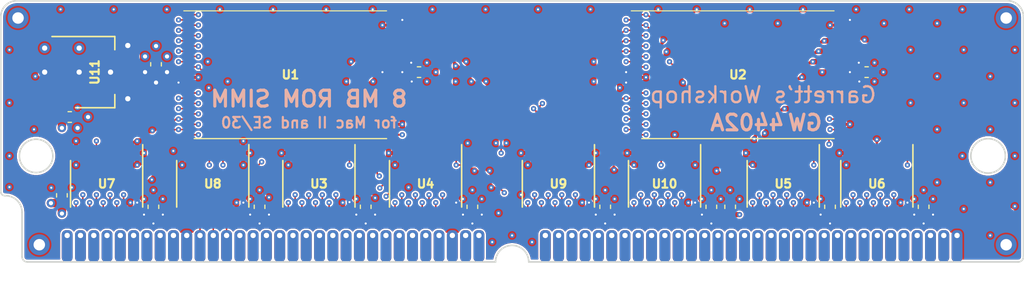
<source format=kicad_pcb>
(kicad_pcb (version 20171130) (host pcbnew "(5.1.5-0-10_14)")
  (layers (0 F.Cu signal) (1 In1.Cu power) (2 In2.Cu signal) (31 B.Cu power) (34 B.Paste user) (35 F.Paste user) (36 B.SilkS user) (37 F.SilkS user) (38 B.Mask user) (39 F.Mask user) (44 Edge.Cuts user))
  (net 0 "")
  (net 1 +5V)
  (net 2 /D0)
  (net 3 /D1)
  (net 4 /~WE~)
  (net 5 /D2)
  (net 6 /D3)
  (net 7 GND)
  (net 8 /D4)
  (net 9 /D5)
  (net 10 /D6)
  (net 11 /A11)
  (net 12 /D7)
  (net 13 /A0)
  (net 14 /A1)
  (net 15 /A2)
  (net 16 /A3)
  (net 17 /A4)
  (net 18 /A5)
  (net 19 /A6)
  (net 20 /A7)
  (net 21 /~CS~)
  (net 22 /~OE~)
  (net 23 /D8)
  (net 24 /D9)
  (net 25 /D10)
  (net 26 /D11)
  (net 27 /D12)
  (net 28 /D13)
  (net 29 /D14)
  (net 30 /D15)
  (net 31 /A8)
  (net 32 /A9)
  (net 33 /A10)
  (net 34 /A12)
  (net 35 /A13)
  (net 36 /A14)
  (net 37 /A15)
  (net 38 /A16)
  (net 39 /A17)
  (net 40 /A18)
  (net 41 /A19)
  (net 42 /A20)
  (net 43 /A21)
  (net 44 /A22)
  (net 45 /D16)
  (net 46 /D17)
  (net 47 /D18)
  (net 48 /D19)
  (net 49 /D20)
  (net 50 /D21)
  (net 51 /D22)
  (net 52 /D23)
  (net 53 /D24)
  (net 54 /D25)
  (net 55 /D26)
  (net 56 /D27)
  (net 57 /D28)
  (net 58 /D29)
  (net 59 /D30)
  (net 60 /D31)
  (net 61 +3V3)
  (net 62 /RD7)
  (net 63 /RD6)
  (net 64 /RD5)
  (net 65 /RD4)
  (net 66 /RD3)
  (net 67 /RD2)
  (net 68 /RD1)
  (net 69 /RD0)
  (net 70 /RD8)
  (net 71 /RD9)
  (net 72 /RD10)
  (net 73 /RD11)
  (net 74 /RD12)
  (net 75 /RD13)
  (net 76 /RD14)
  (net 77 /RD15)
  (net 78 /RD23)
  (net 79 /RD22)
  (net 80 /RD21)
  (net 81 /RD20)
  (net 82 /RD19)
  (net 83 /RD18)
  (net 84 /RD17)
  (net 85 /RD16)
  (net 86 /RD24)
  (net 87 /RD25)
  (net 88 /RD26)
  (net 89 /RD27)
  (net 90 /RD28)
  (net 91 /RD29)
  (net 92 /RD30)
  (net 93 /RD31)
  (net 94 /RA7)
  (net 95 /RA6)
  (net 96 /RA5)
  (net 97 /RA4)
  (net 98 /RA3)
  (net 99 /RA2)
  (net 100 /RA1)
  (net 101 /RA0)
  (net 102 /R~CS~)
  (net 103 /R~OE~)
  (net 104 /R~WE~)
  (net 105 "Net-(U8-Pad5)")
  (net 106 "Net-(U8-Pad7)")
  (net 107 /RA8)
  (net 108 /RA9)
  (net 109 "Net-(U8-Pad13)")
  (net 110 "Net-(U8-Pad15)")
  (net 111 /RA17)
  (net 112 /RA16)
  (net 113 /RA15)
  (net 114 /RA14)
  (net 115 /RA13)
  (net 116 /RA12)
  (net 117 /RA11)
  (net 118 /RA10)
  (net 119 /RA18)
  (net 120 /RA19)
  (net 121 /RA20)
  (net 122 /RA21)
  (net 123 /RA22)
  (net 124 "Net-(U8-Pad8)")
  (net 125 "Net-(U8-Pad9)")
  (net 126 "Net-(U8-Pad11)")
  (net 127 "Net-(U8-Pad12)")
  (net 128 "Net-(U9-Pad13)")
  (net 129 "Net-(U9-Pad7)")
  (net 130 "Net-(U1-Pad15)")
  (net 131 "Net-(U2-Pad15)")
  (net 132 "Net-(U8-Pad3)")
  (net 133 "Net-(U8-Pad17)")
  (net 134 "Net-(J1-Pad63)")
  (module stdpads:C_0603 (layer F.Cu) (at 86.6 108.7 90)
    (fp_text reference C14)
    (fp_text value 2u2)
    (pad 1 smd roundrect (at -0.75 0 90) (size 0.85 0.95) (layers F.Cu F.Paste F.Mask) (net 61 +3V3))
    (pad 2 smd roundrect (at 0.75 0 90) (size 0.85 0.95) (layers F.Cu F.Paste F.Mask) (net 7 GND))
  )
  (module stdpads:MacIIROMSIMM_Edge (layer F.Cu) (at 120.65 127.635)
    (fp_text reference J1 hide)
    (fp_text value ROM)
    (pad 64 thru_hole roundrect (at 42.545 -2.54) (size 1.0414 3.048) (drill 0.508 (offset 0 1.016)) (layers *.Cu *.Mask) (roundrect_rratio 0.4) (net 7 GND))
    (pad 63 thru_hole roundrect (at 41.275 -2.54) (size 1.0414 3.048) (drill 0.508 (offset 0 1.016)) (layers *.Cu *.Mask) (roundrect_rratio 0.4) (net 134 "Net-(J1-Pad63)"))
    (pad 62 thru_hole roundrect (at 40.005 -2.54) (size 1.0414 3.048) (drill 0.508 (offset 0 1.016)) (layers *.Cu *.Mask) (roundrect_rratio 0.4) (net 60 /D31))
    (pad 61 thru_hole roundrect (at 38.735 -2.54) (size 1.0414 3.048) (drill 0.508 (offset 0 1.016)) (layers *.Cu *.Mask) (roundrect_rratio 0.4) (net 59 /D30))
    (pad 60 thru_hole roundrect (at 37.465 -2.54) (size 1.0414 3.048) (drill 0.508 (offset 0 1.016)) (layers *.Cu *.Mask) (roundrect_rratio 0.4) (net 58 /D29))
    (pad 59 thru_hole roundrect (at 36.195 -2.54) (size 1.0414 3.048) (drill 0.508 (offset 0 1.016)) (layers *.Cu *.Mask) (roundrect_rratio 0.4) (net 57 /D28))
    (pad 58 thru_hole roundrect (at 34.925 -2.54) (size 1.0414 3.048) (drill 0.508 (offset 0 1.016)) (layers *.Cu *.Mask) (roundrect_rratio 0.4) (net 56 /D27))
    (pad 57 thru_hole roundrect (at 33.655 -2.54) (size 1.0414 3.048) (drill 0.508 (offset 0 1.016)) (layers *.Cu *.Mask) (roundrect_rratio 0.4) (net 55 /D26))
    (pad 56 thru_hole roundrect (at 32.385 -2.54) (size 1.0414 3.048) (drill 0.508 (offset 0 1.016)) (layers *.Cu *.Mask) (roundrect_rratio 0.4) (net 54 /D25))
    (pad 55 thru_hole roundrect (at 31.115 -2.54) (size 1.0414 3.048) (drill 0.508 (offset 0 1.016)) (layers *.Cu *.Mask) (roundrect_rratio 0.4) (net 53 /D24))
    (pad 54 thru_hole roundrect (at 29.845 -2.54) (size 1.0414 3.048) (drill 0.508 (offset 0 1.016)) (layers *.Cu *.Mask) (roundrect_rratio 0.4) (net 52 /D23))
    (pad 53 thru_hole roundrect (at 28.575 -2.54) (size 1.0414 3.048) (drill 0.508 (offset 0 1.016)) (layers *.Cu *.Mask) (roundrect_rratio 0.4) (net 51 /D22))
    (pad 52 thru_hole roundrect (at 27.305 -2.54) (size 1.0414 3.048) (drill 0.508 (offset 0 1.016)) (layers *.Cu *.Mask) (roundrect_rratio 0.4) (net 50 /D21))
    (pad 51 thru_hole roundrect (at 26.035 -2.54) (size 1.0414 3.048) (drill 0.508 (offset 0 1.016)) (layers *.Cu *.Mask) (roundrect_rratio 0.4) (net 49 /D20))
    (pad 50 thru_hole roundrect (at 24.765 -2.54) (size 1.0414 3.048) (drill 0.508 (offset 0 1.016)) (layers *.Cu *.Mask) (roundrect_rratio 0.4) (net 48 /D19))
    (pad 49 thru_hole roundrect (at 23.495 -2.54) (size 1.0414 3.048) (drill 0.508 (offset 0 1.016)) (layers *.Cu *.Mask) (roundrect_rratio 0.4) (net 47 /D18))
    (pad 48 thru_hole roundrect (at 22.225 -2.54) (size 1.0414 3.048) (drill 0.508 (offset 0 1.016)) (layers *.Cu *.Mask) (roundrect_rratio 0.4) (net 46 /D17))
    (pad 47 thru_hole roundrect (at 20.955 -2.54) (size 1.0414 3.048) (drill 0.508 (offset 0 1.016)) (layers *.Cu *.Mask) (roundrect_rratio 0.4) (net 45 /D16))
    (pad 46 thru_hole roundrect (at 19.685 -2.54) (size 1.0414 3.048) (drill 0.508 (offset 0 1.016)) (layers *.Cu *.Mask) (roundrect_rratio 0.4) (net 1 +5V))
    (pad 45 thru_hole roundrect (at 18.415 -2.54) (size 1.0414 3.048) (drill 0.508 (offset 0 1.016)) (layers *.Cu *.Mask) (roundrect_rratio 0.4) (net 44 /A22))
    (pad 44 thru_hole roundrect (at 17.145 -2.54) (size 1.0414 3.048) (drill 0.508 (offset 0 1.016)) (layers *.Cu *.Mask) (roundrect_rratio 0.4) (net 43 /A21))
    (pad 43 thru_hole roundrect (at 15.875 -2.54) (size 1.0414 3.048) (drill 0.508 (offset 0 1.016)) (layers *.Cu *.Mask) (roundrect_rratio 0.4) (net 42 /A20))
    (pad 42 thru_hole roundrect (at 14.605 -2.54) (size 1.0414 3.048) (drill 0.508 (offset 0 1.016)) (layers *.Cu *.Mask) (roundrect_rratio 0.4) (net 41 /A19))
    (pad 41 thru_hole roundrect (at 13.335 -2.54) (size 1.0414 3.048) (drill 0.508 (offset 0 1.016)) (layers *.Cu *.Mask) (roundrect_rratio 0.4) (net 40 /A18))
    (pad 40 thru_hole roundrect (at 12.065 -2.54) (size 1.0414 3.048) (drill 0.508 (offset 0 1.016)) (layers *.Cu *.Mask) (roundrect_rratio 0.4) (net 39 /A17))
    (pad 39 thru_hole roundrect (at 10.795 -2.54) (size 1.0414 3.048) (drill 0.508 (offset 0 1.016)) (layers *.Cu *.Mask) (roundrect_rratio 0.4) (net 38 /A16))
    (pad 38 thru_hole roundrect (at 9.525 -2.54) (size 1.0414 3.048) (drill 0.508 (offset 0 1.016)) (layers *.Cu *.Mask) (roundrect_rratio 0.4) (net 37 /A15))
    (pad 37 thru_hole roundrect (at 8.255 -2.54) (size 1.0414 3.048) (drill 0.508 (offset 0 1.016)) (layers *.Cu *.Mask) (roundrect_rratio 0.4) (net 36 /A14))
    (pad 36 thru_hole roundrect (at 6.985 -2.54) (size 1.0414 3.048) (drill 0.508 (offset 0 1.016)) (layers *.Cu *.Mask) (roundrect_rratio 0.4) (net 35 /A13))
    (pad 35 thru_hole roundrect (at 5.715 -2.54) (size 1.0414 3.048) (drill 0.508 (offset 0 1.016)) (layers *.Cu *.Mask) (roundrect_rratio 0.4) (net 34 /A12))
    (pad 34 thru_hole roundrect (at 4.445 -2.54) (size 1.0414 3.048) (drill 0.508 (offset 0 1.016)) (layers *.Cu *.Mask) (roundrect_rratio 0.4) (net 11 /A11))
    (pad 33 thru_hole roundrect (at 3.175 -2.54) (size 1.0414 3.048) (drill 0.508 (offset 0 1.016)) (layers *.Cu *.Mask) (roundrect_rratio 0.4) (net 33 /A10))
    (pad 32 thru_hole roundrect (at -3.175 -2.54) (size 1.0414 3.048) (drill 0.508 (offset 0 1.016)) (layers *.Cu *.Mask) (roundrect_rratio 0.4) (net 32 /A9))
    (pad 31 thru_hole roundrect (at -4.445 -2.54) (size 1.0414 3.048) (drill 0.508 (offset 0 1.016)) (layers *.Cu *.Mask) (roundrect_rratio 0.4) (net 31 /A8))
    (pad 30 thru_hole roundrect (at -5.715 -2.54) (size 1.0414 3.048) (drill 0.508 (offset 0 1.016)) (layers *.Cu *.Mask) (roundrect_rratio 0.4) (net 7 GND))
    (pad 29 thru_hole roundrect (at -6.985 -2.54) (size 1.0414 3.048) (drill 0.508 (offset 0 1.016)) (layers *.Cu *.Mask) (roundrect_rratio 0.4) (net 30 /D15))
    (pad 28 thru_hole roundrect (at -8.255 -2.54) (size 1.0414 3.048) (drill 0.508 (offset 0 1.016)) (layers *.Cu *.Mask) (roundrect_rratio 0.4) (net 29 /D14))
    (pad 27 thru_hole roundrect (at -9.525 -2.54) (size 1.0414 3.048) (drill 0.508 (offset 0 1.016)) (layers *.Cu *.Mask) (roundrect_rratio 0.4) (net 28 /D13))
    (pad 26 thru_hole roundrect (at -10.795 -2.54) (size 1.0414 3.048) (drill 0.508 (offset 0 1.016)) (layers *.Cu *.Mask) (roundrect_rratio 0.4) (net 27 /D12))
    (pad 25 thru_hole roundrect (at -12.065 -2.54) (size 1.0414 3.048) (drill 0.508 (offset 0 1.016)) (layers *.Cu *.Mask) (roundrect_rratio 0.4) (net 26 /D11))
    (pad 24 thru_hole roundrect (at -13.335 -2.54) (size 1.0414 3.048) (drill 0.508 (offset 0 1.016)) (layers *.Cu *.Mask) (roundrect_rratio 0.4) (net 25 /D10))
    (pad 23 thru_hole roundrect (at -14.605 -2.54) (size 1.0414 3.048) (drill 0.508 (offset 0 1.016)) (layers *.Cu *.Mask) (roundrect_rratio 0.4) (net 24 /D9))
    (pad 22 thru_hole roundrect (at -15.875 -2.54) (size 1.0414 3.048) (drill 0.508 (offset 0 1.016)) (layers *.Cu *.Mask) (roundrect_rratio 0.4) (net 23 /D8))
    (pad 21 thru_hole roundrect (at -17.145 -2.54) (size 1.0414 3.048) (drill 0.508 (offset 0 1.016)) (layers *.Cu *.Mask) (roundrect_rratio 0.4) (net 12 /D7))
    (pad 20 thru_hole roundrect (at -18.415 -2.54) (size 1.0414 3.048) (drill 0.508 (offset 0 1.016)) (layers *.Cu *.Mask) (roundrect_rratio 0.4) (net 10 /D6))
    (pad 19 thru_hole roundrect (at -19.685 -2.54) (size 1.0414 3.048) (drill 0.508 (offset 0 1.016)) (layers *.Cu *.Mask) (roundrect_rratio 0.4) (net 9 /D5))
    (pad 18 thru_hole roundrect (at -20.955 -2.54) (size 1.0414 3.048) (drill 0.508 (offset 0 1.016)) (layers *.Cu *.Mask) (roundrect_rratio 0.4) (net 8 /D4))
    (pad 17 thru_hole roundrect (at -22.225 -2.54) (size 1.0414 3.048) (drill 0.508 (offset 0 1.016)) (layers *.Cu *.Mask) (roundrect_rratio 0.4) (net 6 /D3))
    (pad 16 thru_hole roundrect (at -23.495 -2.54) (size 1.0414 3.048) (drill 0.508 (offset 0 1.016)) (layers *.Cu *.Mask) (roundrect_rratio 0.4) (net 5 /D2))
    (pad 15 thru_hole roundrect (at -24.765 -2.54) (size 1.0414 3.048) (drill 0.508 (offset 0 1.016)) (layers *.Cu *.Mask) (roundrect_rratio 0.4) (net 3 /D1))
    (pad 14 thru_hole roundrect (at -26.035 -2.54) (size 1.0414 3.048) (drill 0.508 (offset 0 1.016)) (layers *.Cu *.Mask) (roundrect_rratio 0.4) (net 2 /D0))
    (pad 13 thru_hole roundrect (at -27.305 -2.54) (size 1.0414 3.048) (drill 0.508 (offset 0 1.016)) (layers *.Cu *.Mask) (roundrect_rratio 0.4) (net 4 /~WE~))
    (pad 12 thru_hole roundrect (at -28.575 -2.54) (size 1.0414 3.048) (drill 0.508 (offset 0 1.016)) (layers *.Cu *.Mask) (roundrect_rratio 0.4) (net 22 /~OE~))
    (pad 11 thru_hole roundrect (at -29.845 -2.54) (size 1.0414 3.048) (drill 0.508 (offset 0 1.016)) (layers *.Cu *.Mask) (roundrect_rratio 0.4) (net 21 /~CS~))
    (pad 10 thru_hole roundrect (at -31.115 -2.54) (size 1.0414 3.048) (drill 0.508 (offset 0 1.016)) (layers *.Cu *.Mask) (roundrect_rratio 0.4) (net 7 GND))
    (pad 9 thru_hole roundrect (at -32.385 -2.54) (size 1.0414 3.048) (drill 0.508 (offset 0 1.016)) (layers *.Cu *.Mask) (roundrect_rratio 0.4) (net 20 /A7))
    (pad 8 thru_hole roundrect (at -33.655 -2.54) (size 1.0414 3.048) (drill 0.508 (offset 0 1.016)) (layers *.Cu *.Mask) (roundrect_rratio 0.4) (net 19 /A6))
    (pad 7 thru_hole roundrect (at -34.925 -2.54) (size 1.0414 3.048) (drill 0.508 (offset 0 1.016)) (layers *.Cu *.Mask) (roundrect_rratio 0.4) (net 18 /A5))
    (pad 6 thru_hole roundrect (at -36.195 -2.54) (size 1.0414 3.048) (drill 0.508 (offset 0 1.016)) (layers *.Cu *.Mask) (roundrect_rratio 0.4) (net 17 /A4))
    (pad 5 thru_hole roundrect (at -37.465 -2.54) (size 1.0414 3.048) (drill 0.508 (offset 0 1.016)) (layers *.Cu *.Mask) (roundrect_rratio 0.4) (net 16 /A3))
    (pad 4 thru_hole roundrect (at -38.735 -2.54) (size 1.0414 3.048) (drill 0.508 (offset 0 1.016)) (layers *.Cu *.Mask) (roundrect_rratio 0.4) (net 15 /A2))
    (pad 3 thru_hole roundrect (at -40.005 -2.54) (size 1.0414 3.048) (drill 0.508 (offset 0 1.016)) (layers *.Cu *.Mask) (roundrect_rratio 0.4) (net 14 /A1))
    (pad 2 thru_hole roundrect (at -41.275 -2.54) (size 1.0414 3.048) (drill 0.508 (offset 0 1.016)) (layers *.Cu *.Mask) (roundrect_rratio 0.4) (net 13 /A0))
    (pad 1 thru_hole roundrect (at -42.545 -2.54) (size 1.0414 3.048) (drill 0.508 (offset 0 1.016)) (layers *.Cu *.Mask) (roundrect_rratio 0.4) (net 1 +5V))
  )
  (module stdpads:PasteHole_1.1mm_PTH (layer F.Cu) (at 75.438 125.984)
    (fp_text reference H2)
    (fp_text value " " hide)
    (pad 1 thru_hole circle (at 0 0) (size 2 2) (drill 1.1) (layers *.Cu *.Mask) (net 7 GND))
  )
  (module stdpads:PasteHole_1.1mm_PTH (layer F.Cu) (at 167.894 125.984)
    (fp_text reference H3)
    (fp_text value " " hide)
    (pad 1 thru_hole circle (at 0 0) (size 2 2) (drill 1.1) (layers *.Cu *.Mask) (net 7 GND))
  )
  (module stdpads:TSOP-I-48_18.4x12mm_P0.5mm (layer F.Cu) (at 99.45 109.7)
    (fp_text reference U1)
    (fp_text value MX29LV320)
    (fp_text user %R (at 0 0) (layer F.SilkS) (effects (font (size 0.8128 0.8128) (thickness 0.2032))))
    (pad 48 smd roundrect (at 9.75 -5.75) (size 1.1 0.3) (layers F.Cu F.Paste F.Mask) (net 119 /RA18))
    (pad 47 smd roundrect (at 9.75 -5.25) (size 1.1 0.3) (layers F.Cu F.Paste F.Mask) (net 61 +3V3))
    (pad 46 smd roundrect (at 9.75 -4.75) (size 1.1 0.3) (layers F.Cu F.Paste F.Mask) (net 7 GND))
    (pad 45 smd roundrect (at 9.75 -4.25) (size 1.1 0.3) (layers F.Cu F.Paste F.Mask) (net 77 /RD15))
    (pad 44 smd roundrect (at 9.75 -3.75) (size 1.1 0.3) (layers F.Cu F.Paste F.Mask) (net 62 /RD7))
    (pad 43 smd roundrect (at 9.75 -3.25) (size 1.1 0.3) (layers F.Cu F.Paste F.Mask) (net 76 /RD14))
    (pad 42 smd roundrect (at 9.75 -2.75) (size 1.1 0.3) (layers F.Cu F.Paste F.Mask) (net 63 /RD6))
    (pad 41 smd roundrect (at 9.75 -2.25) (size 1.1 0.3) (layers F.Cu F.Paste F.Mask) (net 75 /RD13))
    (pad 40 smd roundrect (at 9.75 -1.75) (size 1.1 0.3) (layers F.Cu F.Paste F.Mask) (net 64 /RD5))
    (pad 39 smd roundrect (at 9.75 -1.25) (size 1.1 0.3) (layers F.Cu F.Paste F.Mask) (net 74 /RD12))
    (pad 38 smd roundrect (at 9.75 -0.75) (size 1.1 0.3) (layers F.Cu F.Paste F.Mask) (net 65 /RD4))
    (pad 37 smd roundrect (at 9.75 -0.25) (size 1.1 0.3) (layers F.Cu F.Paste F.Mask) (net 61 +3V3))
    (pad 36 smd roundrect (at 9.75 0.25) (size 1.1 0.3) (layers F.Cu F.Paste F.Mask) (net 73 /RD11))
    (pad 35 smd roundrect (at 9.75 0.75) (size 1.1 0.3) (layers F.Cu F.Paste F.Mask) (net 66 /RD3))
    (pad 34 smd roundrect (at 9.75 1.25) (size 1.1 0.3) (layers F.Cu F.Paste F.Mask) (net 72 /RD10))
    (pad 33 smd roundrect (at 9.75 1.75) (size 1.1 0.3) (layers F.Cu F.Paste F.Mask) (net 67 /RD2))
    (pad 32 smd roundrect (at 9.75 2.25) (size 1.1 0.3) (layers F.Cu F.Paste F.Mask) (net 71 /RD9))
    (pad 31 smd roundrect (at 9.75 2.75) (size 1.1 0.3) (layers F.Cu F.Paste F.Mask) (net 68 /RD1))
    (pad 30 smd roundrect (at 9.75 3.25) (size 1.1 0.3) (layers F.Cu F.Paste F.Mask) (net 70 /RD8))
    (pad 29 smd roundrect (at 9.75 3.75) (size 1.1 0.3) (layers F.Cu F.Paste F.Mask) (net 69 /RD0))
    (pad 28 smd roundrect (at 9.75 4.25) (size 1.1 0.3) (layers F.Cu F.Paste F.Mask) (net 103 /R~OE~))
    (pad 27 smd roundrect (at 9.75 4.75) (size 1.1 0.3) (layers F.Cu F.Paste F.Mask) (net 7 GND))
    (pad 26 smd roundrect (at 9.75 5.25) (size 1.1 0.3) (layers F.Cu F.Paste F.Mask) (net 102 /R~CS~))
    (pad 24 smd roundrect (at -9.75 5.75) (size 1.1 0.3) (layers F.Cu F.Paste F.Mask) (net 98 /RA3))
    (pad 23 smd roundrect (at -9.75 5.25) (size 1.1 0.3) (layers F.Cu F.Paste F.Mask) (net 97 /RA4))
    (pad 22 smd roundrect (at -9.75 4.75) (size 1.1 0.3) (layers F.Cu F.Paste F.Mask) (net 96 /RA5))
    (pad 21 smd roundrect (at -9.75 4.25) (size 1.1 0.3) (layers F.Cu F.Paste F.Mask) (net 95 /RA6))
    (pad 20 smd roundrect (at -9.75 3.75) (size 1.1 0.3) (layers F.Cu F.Paste F.Mask) (net 94 /RA7))
    (pad 19 smd roundrect (at -9.75 3.25) (size 1.1 0.3) (layers F.Cu F.Paste F.Mask) (net 107 /RA8))
    (pad 18 smd roundrect (at -9.75 2.75) (size 1.1 0.3) (layers F.Cu F.Paste F.Mask) (net 108 /RA9))
    (pad 17 smd roundrect (at -9.75 2.25) (size 1.1 0.3) (layers F.Cu F.Paste F.Mask) (net 120 /RA19))
    (pad 16 smd roundrect (at -9.75 1.75) (size 1.1 0.3) (layers F.Cu F.Paste F.Mask) (net 121 /RA20))
    (pad 15 smd roundrect (at -9.75 1.25) (size 1.1 0.3) (layers F.Cu F.Paste F.Mask) (net 130 "Net-(U1-Pad15)"))
    (pad 14 smd roundrect (at -9.75 0.75) (size 1.1 0.3) (layers F.Cu F.Paste F.Mask) (net 61 +3V3))
    (pad 13 smd roundrect (at -9.75 0.25) (size 1.1 0.3) (layers F.Cu F.Paste F.Mask) (net 7 GND))
    (pad 12 smd roundrect (at -9.75 -0.25) (size 1.1 0.3) (layers F.Cu F.Paste F.Mask) (net 61 +3V3))
    (pad 11 smd roundrect (at -9.75 -0.75) (size 1.1 0.3) (layers F.Cu F.Paste F.Mask) (net 104 /R~WE~))
    (pad 10 smd roundrect (at -9.75 -1.25) (size 1.1 0.3) (layers F.Cu F.Paste F.Mask) (net 123 /RA22))
    (pad 9 smd roundrect (at -9.75 -1.75) (size 1.1 0.3) (layers F.Cu F.Paste F.Mask) (net 122 /RA21))
    (pad 8 smd roundrect (at -9.75 -2.25) (size 1.1 0.3) (layers F.Cu F.Paste F.Mask) (net 118 /RA10))
    (pad 7 smd roundrect (at -9.75 -2.75) (size 1.1 0.3) (layers F.Cu F.Paste F.Mask) (net 117 /RA11))
    (pad 6 smd roundrect (at -9.75 -3.25) (size 1.1 0.3) (layers F.Cu F.Paste F.Mask) (net 116 /RA12))
    (pad 5 smd roundrect (at -9.75 -3.75) (size 1.1 0.3) (layers F.Cu F.Paste F.Mask) (net 115 /RA13))
    (pad 4 smd roundrect (at -9.75 -4.25) (size 1.1 0.3) (layers F.Cu F.Paste F.Mask) (net 114 /RA14))
    (pad 3 smd roundrect (at -9.75 -4.75) (size 1.1 0.3) (layers F.Cu F.Paste F.Mask) (net 113 /RA15))
    (pad 2 smd roundrect (at -9.75 -5.25) (size 1.1 0.3) (layers F.Cu F.Paste F.Mask) (net 112 /RA16))
    (pad 25 smd roundrect (at 9.75 5.75) (size 1.1 0.3) (layers F.Cu F.Paste F.Mask) (net 99 /RA2))
    (pad 1 smd roundrect (at -9.75 -5.75) (size 1.1 0.3) (layers F.Cu F.Paste F.Mask) (net 111 /RA17))
  )
  (module stdpads:TSOP-I-48_18.4x12mm_P0.5mm (layer F.Cu) (at 142.24 109.7)
    (fp_text reference U2)
    (fp_text value MX29LV320)
    (fp_text user %R (at 0 0) (layer F.SilkS) (effects (font (size 0.8128 0.8128) (thickness 0.2032))))
    (pad 48 smd roundrect (at 9.75 -5.75) (size 1.1 0.3) (layers F.Cu F.Paste F.Mask) (net 119 /RA18))
    (pad 47 smd roundrect (at 9.75 -5.25) (size 1.1 0.3) (layers F.Cu F.Paste F.Mask) (net 61 +3V3))
    (pad 46 smd roundrect (at 9.75 -4.75) (size 1.1 0.3) (layers F.Cu F.Paste F.Mask) (net 7 GND))
    (pad 45 smd roundrect (at 9.75 -4.25) (size 1.1 0.3) (layers F.Cu F.Paste F.Mask) (net 93 /RD31))
    (pad 44 smd roundrect (at 9.75 -3.75) (size 1.1 0.3) (layers F.Cu F.Paste F.Mask) (net 78 /RD23))
    (pad 43 smd roundrect (at 9.75 -3.25) (size 1.1 0.3) (layers F.Cu F.Paste F.Mask) (net 92 /RD30))
    (pad 42 smd roundrect (at 9.75 -2.75) (size 1.1 0.3) (layers F.Cu F.Paste F.Mask) (net 79 /RD22))
    (pad 41 smd roundrect (at 9.75 -2.25) (size 1.1 0.3) (layers F.Cu F.Paste F.Mask) (net 91 /RD29))
    (pad 40 smd roundrect (at 9.75 -1.75) (size 1.1 0.3) (layers F.Cu F.Paste F.Mask) (net 80 /RD21))
    (pad 39 smd roundrect (at 9.75 -1.25) (size 1.1 0.3) (layers F.Cu F.Paste F.Mask) (net 90 /RD28))
    (pad 38 smd roundrect (at 9.75 -0.75) (size 1.1 0.3) (layers F.Cu F.Paste F.Mask) (net 81 /RD20))
    (pad 37 smd roundrect (at 9.75 -0.25) (size 1.1 0.3) (layers F.Cu F.Paste F.Mask) (net 61 +3V3))
    (pad 36 smd roundrect (at 9.75 0.25) (size 1.1 0.3) (layers F.Cu F.Paste F.Mask) (net 89 /RD27))
    (pad 35 smd roundrect (at 9.75 0.75) (size 1.1 0.3) (layers F.Cu F.Paste F.Mask) (net 82 /RD19))
    (pad 34 smd roundrect (at 9.75 1.25) (size 1.1 0.3) (layers F.Cu F.Paste F.Mask) (net 88 /RD26))
    (pad 33 smd roundrect (at 9.75 1.75) (size 1.1 0.3) (layers F.Cu F.Paste F.Mask) (net 83 /RD18))
    (pad 32 smd roundrect (at 9.75 2.25) (size 1.1 0.3) (layers F.Cu F.Paste F.Mask) (net 87 /RD25))
    (pad 31 smd roundrect (at 9.75 2.75) (size 1.1 0.3) (layers F.Cu F.Paste F.Mask) (net 84 /RD17))
    (pad 30 smd roundrect (at 9.75 3.25) (size 1.1 0.3) (layers F.Cu F.Paste F.Mask) (net 86 /RD24))
    (pad 29 smd roundrect (at 9.75 3.75) (size 1.1 0.3) (layers F.Cu F.Paste F.Mask) (net 85 /RD16))
    (pad 28 smd roundrect (at 9.75 4.25) (size 1.1 0.3) (layers F.Cu F.Paste F.Mask) (net 103 /R~OE~))
    (pad 27 smd roundrect (at 9.75 4.75) (size 1.1 0.3) (layers F.Cu F.Paste F.Mask) (net 7 GND))
    (pad 26 smd roundrect (at 9.75 5.25) (size 1.1 0.3) (layers F.Cu F.Paste F.Mask) (net 102 /R~CS~))
    (pad 24 smd roundrect (at -9.75 5.75) (size 1.1 0.3) (layers F.Cu F.Paste F.Mask) (net 98 /RA3))
    (pad 23 smd roundrect (at -9.75 5.25) (size 1.1 0.3) (layers F.Cu F.Paste F.Mask) (net 97 /RA4))
    (pad 22 smd roundrect (at -9.75 4.75) (size 1.1 0.3) (layers F.Cu F.Paste F.Mask) (net 96 /RA5))
    (pad 21 smd roundrect (at -9.75 4.25) (size 1.1 0.3) (layers F.Cu F.Paste F.Mask) (net 95 /RA6))
    (pad 20 smd roundrect (at -9.75 3.75) (size 1.1 0.3) (layers F.Cu F.Paste F.Mask) (net 94 /RA7))
    (pad 19 smd roundrect (at -9.75 3.25) (size 1.1 0.3) (layers F.Cu F.Paste F.Mask) (net 107 /RA8))
    (pad 18 smd roundrect (at -9.75 2.75) (size 1.1 0.3) (layers F.Cu F.Paste F.Mask) (net 108 /RA9))
    (pad 17 smd roundrect (at -9.75 2.25) (size 1.1 0.3) (layers F.Cu F.Paste F.Mask) (net 120 /RA19))
    (pad 16 smd roundrect (at -9.75 1.75) (size 1.1 0.3) (layers F.Cu F.Paste F.Mask) (net 121 /RA20))
    (pad 15 smd roundrect (at -9.75 1.25) (size 1.1 0.3) (layers F.Cu F.Paste F.Mask) (net 131 "Net-(U2-Pad15)"))
    (pad 14 smd roundrect (at -9.75 0.75) (size 1.1 0.3) (layers F.Cu F.Paste F.Mask) (net 61 +3V3))
    (pad 13 smd roundrect (at -9.75 0.25) (size 1.1 0.3) (layers F.Cu F.Paste F.Mask) (net 7 GND))
    (pad 12 smd roundrect (at -9.75 -0.25) (size 1.1 0.3) (layers F.Cu F.Paste F.Mask) (net 61 +3V3))
    (pad 11 smd roundrect (at -9.75 -0.75) (size 1.1 0.3) (layers F.Cu F.Paste F.Mask) (net 104 /R~WE~))
    (pad 10 smd roundrect (at -9.75 -1.25) (size 1.1 0.3) (layers F.Cu F.Paste F.Mask) (net 123 /RA22))
    (pad 9 smd roundrect (at -9.75 -1.75) (size 1.1 0.3) (layers F.Cu F.Paste F.Mask) (net 122 /RA21))
    (pad 8 smd roundrect (at -9.75 -2.25) (size 1.1 0.3) (layers F.Cu F.Paste F.Mask) (net 118 /RA10))
    (pad 7 smd roundrect (at -9.75 -2.75) (size 1.1 0.3) (layers F.Cu F.Paste F.Mask) (net 117 /RA11))
    (pad 6 smd roundrect (at -9.75 -3.25) (size 1.1 0.3) (layers F.Cu F.Paste F.Mask) (net 116 /RA12))
    (pad 5 smd roundrect (at -9.75 -3.75) (size 1.1 0.3) (layers F.Cu F.Paste F.Mask) (net 115 /RA13))
    (pad 4 smd roundrect (at -9.75 -4.25) (size 1.1 0.3) (layers F.Cu F.Paste F.Mask) (net 114 /RA14))
    (pad 3 smd roundrect (at -9.75 -4.75) (size 1.1 0.3) (layers F.Cu F.Paste F.Mask) (net 113 /RA15))
    (pad 2 smd roundrect (at -9.75 -5.25) (size 1.1 0.3) (layers F.Cu F.Paste F.Mask) (net 112 /RA16))
    (pad 25 smd roundrect (at 9.75 5.75) (size 1.1 0.3) (layers F.Cu F.Paste F.Mask) (net 99 /RA2))
    (pad 1 smd roundrect (at -9.75 -5.75) (size 1.1 0.3) (layers F.Cu F.Paste F.Mask) (net 111 /RA17))
  )
  (module stdpads:TSSOP-20_4.4x6.5mm_P0.65mm (layer F.Cu) (at 102.175 120.15 270)
    (fp_text reference U3)
    (fp_text value 74AHC245)
    (fp_text user %R (at 0 0) (layer F.SilkS) (effects (font (size 0.8128 0.8128) (thickness 0.2032))))
    (pad 20 smd roundrect (at 2.95 -2.925 270) (size 1.45 0.45) (layers F.Cu F.Paste F.Mask) (net 61 +3V3))
    (pad 19 smd roundrect (at 2.95 -2.275 270) (size 1.45 0.45) (layers F.Cu F.Paste F.Mask) (net 7 GND))
    (pad 18 smd roundrect (at 2.95 -1.625 270) (size 1.45 0.45) (layers F.Cu F.Paste F.Mask) (net 12 /D7))
    (pad 17 smd roundrect (at 2.95 -0.975 270) (size 1.45 0.45) (layers F.Cu F.Paste F.Mask) (net 10 /D6))
    (pad 16 smd roundrect (at 2.95 -0.325 270) (size 1.45 0.45) (layers F.Cu F.Paste F.Mask) (net 9 /D5))
    (pad 15 smd roundrect (at 2.95 0.325 270) (size 1.45 0.45) (layers F.Cu F.Paste F.Mask) (net 8 /D4))
    (pad 14 smd roundrect (at 2.95 0.975 270) (size 1.45 0.45) (layers F.Cu F.Paste F.Mask) (net 6 /D3))
    (pad 13 smd roundrect (at 2.95 1.625 270) (size 1.45 0.45) (layers F.Cu F.Paste F.Mask) (net 5 /D2))
    (pad 12 smd roundrect (at 2.95 2.275 270) (size 1.45 0.45) (layers F.Cu F.Paste F.Mask) (net 3 /D1))
    (pad 11 smd roundrect (at 2.95 2.925 270) (size 1.45 0.45) (layers F.Cu F.Paste F.Mask) (net 2 /D0))
    (pad 10 smd roundrect (at -2.95 2.925 270) (size 1.45 0.45) (layers F.Cu F.Paste F.Mask) (net 7 GND))
    (pad 9 smd roundrect (at -2.95 2.275 270) (size 1.45 0.45) (layers F.Cu F.Paste F.Mask) (net 69 /RD0))
    (pad 8 smd roundrect (at -2.95 1.625 270) (size 1.45 0.45) (layers F.Cu F.Paste F.Mask) (net 68 /RD1))
    (pad 7 smd roundrect (at -2.95 0.975 270) (size 1.45 0.45) (layers F.Cu F.Paste F.Mask) (net 67 /RD2))
    (pad 6 smd roundrect (at -2.95 0.325 270) (size 1.45 0.45) (layers F.Cu F.Paste F.Mask) (net 66 /RD3))
    (pad 5 smd roundrect (at -2.95 -0.325 270) (size 1.45 0.45) (layers F.Cu F.Paste F.Mask) (net 65 /RD4))
    (pad 4 smd roundrect (at -2.95 -0.975 270) (size 1.45 0.45) (layers F.Cu F.Paste F.Mask) (net 64 /RD5))
    (pad 3 smd roundrect (at -2.95 -1.625 270) (size 1.45 0.45) (layers F.Cu F.Paste F.Mask) (net 63 /RD6))
    (pad 2 smd roundrect (at -2.95 -2.275 270) (size 1.45 0.45) (layers F.Cu F.Paste F.Mask) (net 62 /RD7))
    (pad 1 smd roundrect (at -2.95 -2.925 270) (size 1.45 0.45) (layers F.Cu F.Paste F.Mask) (net 4 /~WE~))
  )
  (module stdpads:TSSOP-20_4.4x6.5mm_P0.65mm (layer F.Cu) (at 146.575 120.15 270)
    (fp_text reference U5)
    (fp_text value 74AHC245)
    (fp_text user %R (at 0 0) (layer F.SilkS) (effects (font (size 0.8128 0.8128) (thickness 0.2032))))
    (pad 20 smd roundrect (at 2.95 -2.925 270) (size 1.45 0.45) (layers F.Cu F.Paste F.Mask) (net 61 +3V3))
    (pad 19 smd roundrect (at 2.95 -2.275 270) (size 1.45 0.45) (layers F.Cu F.Paste F.Mask) (net 7 GND))
    (pad 18 smd roundrect (at 2.95 -1.625 270) (size 1.45 0.45) (layers F.Cu F.Paste F.Mask) (net 52 /D23))
    (pad 17 smd roundrect (at 2.95 -0.975 270) (size 1.45 0.45) (layers F.Cu F.Paste F.Mask) (net 51 /D22))
    (pad 16 smd roundrect (at 2.95 -0.325 270) (size 1.45 0.45) (layers F.Cu F.Paste F.Mask) (net 50 /D21))
    (pad 15 smd roundrect (at 2.95 0.325 270) (size 1.45 0.45) (layers F.Cu F.Paste F.Mask) (net 49 /D20))
    (pad 14 smd roundrect (at 2.95 0.975 270) (size 1.45 0.45) (layers F.Cu F.Paste F.Mask) (net 48 /D19))
    (pad 13 smd roundrect (at 2.95 1.625 270) (size 1.45 0.45) (layers F.Cu F.Paste F.Mask) (net 47 /D18))
    (pad 12 smd roundrect (at 2.95 2.275 270) (size 1.45 0.45) (layers F.Cu F.Paste F.Mask) (net 46 /D17))
    (pad 11 smd roundrect (at 2.95 2.925 270) (size 1.45 0.45) (layers F.Cu F.Paste F.Mask) (net 45 /D16))
    (pad 10 smd roundrect (at -2.95 2.925 270) (size 1.45 0.45) (layers F.Cu F.Paste F.Mask) (net 7 GND))
    (pad 9 smd roundrect (at -2.95 2.275 270) (size 1.45 0.45) (layers F.Cu F.Paste F.Mask) (net 85 /RD16))
    (pad 8 smd roundrect (at -2.95 1.625 270) (size 1.45 0.45) (layers F.Cu F.Paste F.Mask) (net 84 /RD17))
    (pad 7 smd roundrect (at -2.95 0.975 270) (size 1.45 0.45) (layers F.Cu F.Paste F.Mask) (net 83 /RD18))
    (pad 6 smd roundrect (at -2.95 0.325 270) (size 1.45 0.45) (layers F.Cu F.Paste F.Mask) (net 82 /RD19))
    (pad 5 smd roundrect (at -2.95 -0.325 270) (size 1.45 0.45) (layers F.Cu F.Paste F.Mask) (net 81 /RD20))
    (pad 4 smd roundrect (at -2.95 -0.975 270) (size 1.45 0.45) (layers F.Cu F.Paste F.Mask) (net 80 /RD21))
    (pad 3 smd roundrect (at -2.95 -1.625 270) (size 1.45 0.45) (layers F.Cu F.Paste F.Mask) (net 79 /RD22))
    (pad 2 smd roundrect (at -2.95 -2.275 270) (size 1.45 0.45) (layers F.Cu F.Paste F.Mask) (net 78 /RD23))
    (pad 1 smd roundrect (at -2.95 -2.925 270) (size 1.45 0.45) (layers F.Cu F.Paste F.Mask) (net 4 /~WE~))
  )
  (module stdpads:C_0603 (layer F.Cu) (at 77.6 121.25 90)
    (fp_text reference C1)
    (fp_text value 2u2)
    (pad 1 smd roundrect (at -0.75 0 90) (size 0.85 0.95) (layers F.Cu F.Paste F.Mask) (net 1 +5V))
    (pad 2 smd roundrect (at 0.75 0 90) (size 0.85 0.95) (layers F.Cu F.Paste F.Mask) (net 7 GND))
  )
  (module stdpads:C_0603 (layer F.Cu) (at 141.5 122.35 90)
    (fp_text reference C2)
    (fp_text value 2u2)
    (pad 2 smd roundrect (at 0.75 0 90) (size 0.85 0.95) (layers F.Cu F.Paste F.Mask) (net 7 GND))
    (pad 1 smd roundrect (at -0.75 0 90) (size 0.85 0.95) (layers F.Cu F.Paste F.Mask) (net 1 +5V))
  )
  (module stdpads:C_0603 (layer F.Cu) (at 78.35 113.75)
    (fp_text reference C3)
    (fp_text value 2u2)
    (pad 1 smd roundrect (at -0.75 0) (size 0.85 0.95) (layers F.Cu F.Paste F.Mask) (net 1 +5V))
    (pad 2 smd roundrect (at 0.75 0) (size 0.85 0.95) (layers F.Cu F.Paste F.Mask) (net 7 GND))
  )
  (module stdpads:C_0603 (layer F.Cu) (at 111.75 109.45)
    (fp_text reference C4)
    (fp_text value 2u2)
    (pad 1 smd roundrect (at -0.75 0) (size 0.85 0.95) (layers F.Cu F.Paste F.Mask) (net 61 +3V3))
    (pad 2 smd roundrect (at 0.75 0) (size 0.85 0.95) (layers F.Cu F.Paste F.Mask) (net 7 GND))
  )
  (module stdpads:C_0603 (layer F.Cu) (at 154.55 109.45)
    (fp_text reference C5)
    (fp_text value 2u2)
    (pad 1 smd roundrect (at -0.75 0) (size 0.85 0.95) (layers F.Cu F.Paste F.Mask) (net 61 +3V3))
    (pad 2 smd roundrect (at 0.75 0) (size 0.85 0.95) (layers F.Cu F.Paste F.Mask) (net 7 GND))
  )
  (module stdpads:C_0603 (layer F.Cu) (at 86.35 122.35 90)
    (fp_text reference C6)
    (fp_text value 2u2)
    (pad 2 smd roundrect (at 0.75 0 90) (size 0.85 0.95) (layers F.Cu F.Paste F.Mask) (net 7 GND))
    (pad 1 smd roundrect (at -0.75 0 90) (size 0.85 0.95) (layers F.Cu F.Paste F.Mask) (net 61 +3V3))
  )
  (module stdpads:C_0603 (layer F.Cu) (at 96.5 122.35 90)
    (fp_text reference C7)
    (fp_text value 2u2)
    (pad 2 smd roundrect (at 0.75 0 90) (size 0.85 0.95) (layers F.Cu F.Paste F.Mask) (net 7 GND))
    (pad 1 smd roundrect (at -0.75 0 90) (size 0.85 0.95) (layers F.Cu F.Paste F.Mask) (net 61 +3V3))
  )
  (module stdpads:C_0603 (layer F.Cu) (at 116.85 122.35 90)
    (fp_text reference C9)
    (fp_text value 2u2)
    (pad 2 smd roundrect (at 0.75 0 90) (size 0.85 0.95) (layers F.Cu F.Paste F.Mask) (net 7 GND))
    (pad 1 smd roundrect (at -0.75 0 90) (size 0.85 0.95) (layers F.Cu F.Paste F.Mask) (net 61 +3V3))
  )
  (module stdpads:C_0603 (layer F.Cu) (at 129.55 122.35 90)
    (fp_text reference C10)
    (fp_text value 2u2)
    (pad 1 smd roundrect (at -0.75 0 90) (size 0.85 0.95) (layers F.Cu F.Paste F.Mask) (net 61 +3V3))
    (pad 2 smd roundrect (at 0.75 0 90) (size 0.85 0.95) (layers F.Cu F.Paste F.Mask) (net 7 GND))
  )
  (module stdpads:C_0603 (layer F.Cu) (at 139.7 122.35 90)
    (fp_text reference C11)
    (fp_text value 2u2)
    (pad 2 smd roundrect (at 0.75 0 90) (size 0.85 0.95) (layers F.Cu F.Paste F.Mask) (net 7 GND))
    (pad 1 smd roundrect (at -0.75 0 90) (size 0.85 0.95) (layers F.Cu F.Paste F.Mask) (net 61 +3V3))
  )
  (module stdpads:C_0603 (layer F.Cu) (at 151.05 122.35 90)
    (fp_text reference C12)
    (fp_text value 2u2)
    (pad 1 smd roundrect (at -0.75 0 90) (size 0.85 0.95) (layers F.Cu F.Paste F.Mask) (net 61 +3V3))
    (pad 2 smd roundrect (at 0.75 0 90) (size 0.85 0.95) (layers F.Cu F.Paste F.Mask) (net 7 GND))
  )
  (module stdpads:C_0603 (layer F.Cu) (at 160 122.35 90)
    (fp_text reference C13)
    (fp_text value 2u2)
    (pad 2 smd roundrect (at 0.75 0 90) (size 0.85 0.95) (layers F.Cu F.Paste F.Mask) (net 7 GND))
    (pad 1 smd roundrect (at -0.75 0 90) (size 0.85 0.95) (layers F.Cu F.Paste F.Mask) (net 61 +3V3))
  )
  (module stdpads:TSSOP-20_4.4x6.5mm_P0.65mm (layer F.Cu) (at 112.375 120.15 270)
    (fp_text reference U4)
    (fp_text value 74AHC245)
    (fp_text user %R (at 0 0) (layer F.SilkS) (effects (font (size 0.8128 0.8128) (thickness 0.2032))))
    (pad 1 smd roundrect (at -2.95 -2.925 270) (size 1.45 0.45) (layers F.Cu F.Paste F.Mask) (net 4 /~WE~))
    (pad 2 smd roundrect (at -2.95 -2.275 270) (size 1.45 0.45) (layers F.Cu F.Paste F.Mask) (net 77 /RD15))
    (pad 3 smd roundrect (at -2.95 -1.625 270) (size 1.45 0.45) (layers F.Cu F.Paste F.Mask) (net 76 /RD14))
    (pad 4 smd roundrect (at -2.95 -0.975 270) (size 1.45 0.45) (layers F.Cu F.Paste F.Mask) (net 75 /RD13))
    (pad 5 smd roundrect (at -2.95 -0.325 270) (size 1.45 0.45) (layers F.Cu F.Paste F.Mask) (net 74 /RD12))
    (pad 6 smd roundrect (at -2.95 0.325 270) (size 1.45 0.45) (layers F.Cu F.Paste F.Mask) (net 73 /RD11))
    (pad 7 smd roundrect (at -2.95 0.975 270) (size 1.45 0.45) (layers F.Cu F.Paste F.Mask) (net 72 /RD10))
    (pad 8 smd roundrect (at -2.95 1.625 270) (size 1.45 0.45) (layers F.Cu F.Paste F.Mask) (net 71 /RD9))
    (pad 9 smd roundrect (at -2.95 2.275 270) (size 1.45 0.45) (layers F.Cu F.Paste F.Mask) (net 70 /RD8))
    (pad 10 smd roundrect (at -2.95 2.925 270) (size 1.45 0.45) (layers F.Cu F.Paste F.Mask) (net 7 GND))
    (pad 11 smd roundrect (at 2.95 2.925 270) (size 1.45 0.45) (layers F.Cu F.Paste F.Mask) (net 23 /D8))
    (pad 12 smd roundrect (at 2.95 2.275 270) (size 1.45 0.45) (layers F.Cu F.Paste F.Mask) (net 24 /D9))
    (pad 13 smd roundrect (at 2.95 1.625 270) (size 1.45 0.45) (layers F.Cu F.Paste F.Mask) (net 25 /D10))
    (pad 14 smd roundrect (at 2.95 0.975 270) (size 1.45 0.45) (layers F.Cu F.Paste F.Mask) (net 26 /D11))
    (pad 15 smd roundrect (at 2.95 0.325 270) (size 1.45 0.45) (layers F.Cu F.Paste F.Mask) (net 27 /D12))
    (pad 16 smd roundrect (at 2.95 -0.325 270) (size 1.45 0.45) (layers F.Cu F.Paste F.Mask) (net 28 /D13))
    (pad 17 smd roundrect (at 2.95 -0.975 270) (size 1.45 0.45) (layers F.Cu F.Paste F.Mask) (net 29 /D14))
    (pad 18 smd roundrect (at 2.95 -1.625 270) (size 1.45 0.45) (layers F.Cu F.Paste F.Mask) (net 30 /D15))
    (pad 19 smd roundrect (at 2.95 -2.275 270) (size 1.45 0.45) (layers F.Cu F.Paste F.Mask) (net 7 GND))
    (pad 20 smd roundrect (at 2.95 -2.925 270) (size 1.45 0.45) (layers F.Cu F.Paste F.Mask) (net 61 +3V3))
  )
  (module stdpads:TSSOP-20_4.4x6.5mm_P0.65mm (layer F.Cu) (at 155.525 120.15 270)
    (fp_text reference U6)
    (fp_text value 74AHC245)
    (fp_text user %R (at 0 0) (layer F.SilkS) (effects (font (size 0.8128 0.8128) (thickness 0.2032))))
    (pad 1 smd roundrect (at -2.95 -2.925 270) (size 1.45 0.45) (layers F.Cu F.Paste F.Mask) (net 4 /~WE~))
    (pad 2 smd roundrect (at -2.95 -2.275 270) (size 1.45 0.45) (layers F.Cu F.Paste F.Mask) (net 93 /RD31))
    (pad 3 smd roundrect (at -2.95 -1.625 270) (size 1.45 0.45) (layers F.Cu F.Paste F.Mask) (net 92 /RD30))
    (pad 4 smd roundrect (at -2.95 -0.975 270) (size 1.45 0.45) (layers F.Cu F.Paste F.Mask) (net 91 /RD29))
    (pad 5 smd roundrect (at -2.95 -0.325 270) (size 1.45 0.45) (layers F.Cu F.Paste F.Mask) (net 90 /RD28))
    (pad 6 smd roundrect (at -2.95 0.325 270) (size 1.45 0.45) (layers F.Cu F.Paste F.Mask) (net 89 /RD27))
    (pad 7 smd roundrect (at -2.95 0.975 270) (size 1.45 0.45) (layers F.Cu F.Paste F.Mask) (net 88 /RD26))
    (pad 8 smd roundrect (at -2.95 1.625 270) (size 1.45 0.45) (layers F.Cu F.Paste F.Mask) (net 87 /RD25))
    (pad 9 smd roundrect (at -2.95 2.275 270) (size 1.45 0.45) (layers F.Cu F.Paste F.Mask) (net 86 /RD24))
    (pad 10 smd roundrect (at -2.95 2.925 270) (size 1.45 0.45) (layers F.Cu F.Paste F.Mask) (net 7 GND))
    (pad 11 smd roundrect (at 2.95 2.925 270) (size 1.45 0.45) (layers F.Cu F.Paste F.Mask) (net 53 /D24))
    (pad 12 smd roundrect (at 2.95 2.275 270) (size 1.45 0.45) (layers F.Cu F.Paste F.Mask) (net 54 /D25))
    (pad 13 smd roundrect (at 2.95 1.625 270) (size 1.45 0.45) (layers F.Cu F.Paste F.Mask) (net 55 /D26))
    (pad 14 smd roundrect (at 2.95 0.975 270) (size 1.45 0.45) (layers F.Cu F.Paste F.Mask) (net 56 /D27))
    (pad 15 smd roundrect (at 2.95 0.325 270) (size 1.45 0.45) (layers F.Cu F.Paste F.Mask) (net 57 /D28))
    (pad 16 smd roundrect (at 2.95 -0.325 270) (size 1.45 0.45) (layers F.Cu F.Paste F.Mask) (net 58 /D29))
    (pad 17 smd roundrect (at 2.95 -0.975 270) (size 1.45 0.45) (layers F.Cu F.Paste F.Mask) (net 59 /D30))
    (pad 18 smd roundrect (at 2.95 -1.625 270) (size 1.45 0.45) (layers F.Cu F.Paste F.Mask) (net 60 /D31))
    (pad 19 smd roundrect (at 2.95 -2.275 270) (size 1.45 0.45) (layers F.Cu F.Paste F.Mask) (net 7 GND))
    (pad 20 smd roundrect (at 2.95 -2.925 270) (size 1.45 0.45) (layers F.Cu F.Paste F.Mask) (net 61 +3V3))
  )
  (module stdpads:TSSOP-20_4.4x6.5mm_P0.65mm (layer F.Cu) (at 81.875 120.15 270)
    (fp_text reference U7)
    (fp_text value 74AHC245)
    (fp_text user %R (at 0 0) (layer F.SilkS) (effects (font (size 0.8128 0.8128) (thickness 0.2032))))
    (pad 20 smd roundrect (at 2.95 -2.925 270) (size 1.45 0.45) (layers F.Cu F.Paste F.Mask) (net 61 +3V3))
    (pad 19 smd roundrect (at 2.95 -2.275 270) (size 1.45 0.45) (layers F.Cu F.Paste F.Mask) (net 7 GND))
    (pad 18 smd roundrect (at 2.95 -1.625 270) (size 1.45 0.45) (layers F.Cu F.Paste F.Mask) (net 20 /A7))
    (pad 17 smd roundrect (at 2.95 -0.975 270) (size 1.45 0.45) (layers F.Cu F.Paste F.Mask) (net 19 /A6))
    (pad 16 smd roundrect (at 2.95 -0.325 270) (size 1.45 0.45) (layers F.Cu F.Paste F.Mask) (net 18 /A5))
    (pad 15 smd roundrect (at 2.95 0.325 270) (size 1.45 0.45) (layers F.Cu F.Paste F.Mask) (net 17 /A4))
    (pad 14 smd roundrect (at 2.95 0.975 270) (size 1.45 0.45) (layers F.Cu F.Paste F.Mask) (net 16 /A3))
    (pad 13 smd roundrect (at 2.95 1.625 270) (size 1.45 0.45) (layers F.Cu F.Paste F.Mask) (net 15 /A2))
    (pad 12 smd roundrect (at 2.95 2.275 270) (size 1.45 0.45) (layers F.Cu F.Paste F.Mask) (net 14 /A1))
    (pad 11 smd roundrect (at 2.95 2.925 270) (size 1.45 0.45) (layers F.Cu F.Paste F.Mask) (net 13 /A0))
    (pad 10 smd roundrect (at -2.95 2.925 270) (size 1.45 0.45) (layers F.Cu F.Paste F.Mask) (net 7 GND))
    (pad 9 smd roundrect (at -2.95 2.275 270) (size 1.45 0.45) (layers F.Cu F.Paste F.Mask) (net 101 /RA0))
    (pad 8 smd roundrect (at -2.95 1.625 270) (size 1.45 0.45) (layers F.Cu F.Paste F.Mask) (net 100 /RA1))
    (pad 7 smd roundrect (at -2.95 0.975 270) (size 1.45 0.45) (layers F.Cu F.Paste F.Mask) (net 99 /RA2))
    (pad 6 smd roundrect (at -2.95 0.325 270) (size 1.45 0.45) (layers F.Cu F.Paste F.Mask) (net 98 /RA3))
    (pad 5 smd roundrect (at -2.95 -0.325 270) (size 1.45 0.45) (layers F.Cu F.Paste F.Mask) (net 97 /RA4))
    (pad 4 smd roundrect (at -2.95 -0.975 270) (size 1.45 0.45) (layers F.Cu F.Paste F.Mask) (net 96 /RA5))
    (pad 3 smd roundrect (at -2.95 -1.625 270) (size 1.45 0.45) (layers F.Cu F.Paste F.Mask) (net 95 /RA6))
    (pad 2 smd roundrect (at -2.95 -2.275 270) (size 1.45 0.45) (layers F.Cu F.Paste F.Mask) (net 94 /RA7))
    (pad 1 smd roundrect (at -2.95 -2.925 270) (size 1.45 0.45) (layers F.Cu F.Paste F.Mask) (net 7 GND))
  )
  (module stdpads:TSSOP-20_4.4x6.5mm_P0.65mm (layer F.Cu) (at 92.025 120.15 270)
    (fp_text reference U8)
    (fp_text value 74AHC245)
    (fp_text user %R (at 0 0) (layer F.SilkS) (effects (font (size 0.8128 0.8128) (thickness 0.2032))))
    (pad 1 smd roundrect (at -2.95 -2.925 270) (size 1.45 0.45) (layers F.Cu F.Paste F.Mask) (net 7 GND))
    (pad 2 smd roundrect (at -2.95 -2.275 270) (size 1.45 0.45) (layers F.Cu F.Paste F.Mask) (net 104 /R~WE~))
    (pad 3 smd roundrect (at -2.95 -1.625 270) (size 1.45 0.45) (layers F.Cu F.Paste F.Mask) (net 132 "Net-(U8-Pad3)"))
    (pad 4 smd roundrect (at -2.95 -0.975 270) (size 1.45 0.45) (layers F.Cu F.Paste F.Mask) (net 103 /R~OE~))
    (pad 5 smd roundrect (at -2.95 -0.325 270) (size 1.45 0.45) (layers F.Cu F.Paste F.Mask) (net 105 "Net-(U8-Pad5)"))
    (pad 6 smd roundrect (at -2.95 0.325 270) (size 1.45 0.45) (layers F.Cu F.Paste F.Mask) (net 102 /R~CS~))
    (pad 7 smd roundrect (at -2.95 0.975 270) (size 1.45 0.45) (layers F.Cu F.Paste F.Mask) (net 106 "Net-(U8-Pad7)"))
    (pad 8 smd roundrect (at -2.95 1.625 270) (size 1.45 0.45) (layers F.Cu F.Paste F.Mask) (net 124 "Net-(U8-Pad8)"))
    (pad 9 smd roundrect (at -2.95 2.275 270) (size 1.45 0.45) (layers F.Cu F.Paste F.Mask) (net 125 "Net-(U8-Pad9)"))
    (pad 10 smd roundrect (at -2.95 2.925 270) (size 1.45 0.45) (layers F.Cu F.Paste F.Mask) (net 7 GND))
    (pad 11 smd roundrect (at 2.95 2.925 270) (size 1.45 0.45) (layers F.Cu F.Paste F.Mask) (net 126 "Net-(U8-Pad11)"))
    (pad 12 smd roundrect (at 2.95 2.275 270) (size 1.45 0.45) (layers F.Cu F.Paste F.Mask) (net 127 "Net-(U8-Pad12)"))
    (pad 13 smd roundrect (at 2.95 1.625 270) (size 1.45 0.45) (layers F.Cu F.Paste F.Mask) (net 109 "Net-(U8-Pad13)"))
    (pad 14 smd roundrect (at 2.95 0.975 270) (size 1.45 0.45) (layers F.Cu F.Paste F.Mask) (net 21 /~CS~))
    (pad 15 smd roundrect (at 2.95 0.325 270) (size 1.45 0.45) (layers F.Cu F.Paste F.Mask) (net 110 "Net-(U8-Pad15)"))
    (pad 16 smd roundrect (at 2.95 -0.325 270) (size 1.45 0.45) (layers F.Cu F.Paste F.Mask) (net 22 /~OE~))
    (pad 17 smd roundrect (at 2.95 -0.975 270) (size 1.45 0.45) (layers F.Cu F.Paste F.Mask) (net 133 "Net-(U8-Pad17)"))
    (pad 18 smd roundrect (at 2.95 -1.625 270) (size 1.45 0.45) (layers F.Cu F.Paste F.Mask) (net 4 /~WE~))
    (pad 19 smd roundrect (at 2.95 -2.275 270) (size 1.45 0.45) (layers F.Cu F.Paste F.Mask) (net 7 GND))
    (pad 20 smd roundrect (at 2.95 -2.925 270) (size 1.45 0.45) (layers F.Cu F.Paste F.Mask) (net 61 +3V3))
  )
  (module stdpads:TSSOP-20_4.4x6.5mm_P0.65mm (layer F.Cu) (at 125.075 120.15 270)
    (fp_text reference U9)
    (fp_text value 74AHC245)
    (fp_text user %R (at 0 0) (layer F.SilkS) (effects (font (size 0.8128 0.8128) (thickness 0.2032))))
    (pad 20 smd roundrect (at 2.95 -2.925 270) (size 1.45 0.45) (layers F.Cu F.Paste F.Mask) (net 61 +3V3))
    (pad 19 smd roundrect (at 2.95 -2.275 270) (size 1.45 0.45) (layers F.Cu F.Paste F.Mask) (net 7 GND))
    (pad 18 smd roundrect (at 2.95 -1.625 270) (size 1.45 0.45) (layers F.Cu F.Paste F.Mask) (net 36 /A14))
    (pad 17 smd roundrect (at 2.95 -0.975 270) (size 1.45 0.45) (layers F.Cu F.Paste F.Mask) (net 35 /A13))
    (pad 16 smd roundrect (at 2.95 -0.325 270) (size 1.45 0.45) (layers F.Cu F.Paste F.Mask) (net 34 /A12))
    (pad 15 smd roundrect (at 2.95 0.325 270) (size 1.45 0.45) (layers F.Cu F.Paste F.Mask) (net 11 /A11))
    (pad 14 smd roundrect (at 2.95 0.975 270) (size 1.45 0.45) (layers F.Cu F.Paste F.Mask) (net 33 /A10))
    (pad 13 smd roundrect (at 2.95 1.625 270) (size 1.45 0.45) (layers F.Cu F.Paste F.Mask) (net 128 "Net-(U9-Pad13)"))
    (pad 12 smd roundrect (at 2.95 2.275 270) (size 1.45 0.45) (layers F.Cu F.Paste F.Mask) (net 32 /A9))
    (pad 11 smd roundrect (at 2.95 2.925 270) (size 1.45 0.45) (layers F.Cu F.Paste F.Mask) (net 31 /A8))
    (pad 10 smd roundrect (at -2.95 2.925 270) (size 1.45 0.45) (layers F.Cu F.Paste F.Mask) (net 7 GND))
    (pad 9 smd roundrect (at -2.95 2.275 270) (size 1.45 0.45) (layers F.Cu F.Paste F.Mask) (net 107 /RA8))
    (pad 8 smd roundrect (at -2.95 1.625 270) (size 1.45 0.45) (layers F.Cu F.Paste F.Mask) (net 108 /RA9))
    (pad 7 smd roundrect (at -2.95 0.975 270) (size 1.45 0.45) (layers F.Cu F.Paste F.Mask) (net 129 "Net-(U9-Pad7)"))
    (pad 6 smd roundrect (at -2.95 0.325 270) (size 1.45 0.45) (layers F.Cu F.Paste F.Mask) (net 118 /RA10))
    (pad 5 smd roundrect (at -2.95 -0.325 270) (size 1.45 0.45) (layers F.Cu F.Paste F.Mask) (net 117 /RA11))
    (pad 4 smd roundrect (at -2.95 -0.975 270) (size 1.45 0.45) (layers F.Cu F.Paste F.Mask) (net 116 /RA12))
    (pad 3 smd roundrect (at -2.95 -1.625 270) (size 1.45 0.45) (layers F.Cu F.Paste F.Mask) (net 115 /RA13))
    (pad 2 smd roundrect (at -2.95 -2.275 270) (size 1.45 0.45) (layers F.Cu F.Paste F.Mask) (net 114 /RA14))
    (pad 1 smd roundrect (at -2.95 -2.925 270) (size 1.45 0.45) (layers F.Cu F.Paste F.Mask) (net 7 GND))
  )
  (module stdpads:TSSOP-20_4.4x6.5mm_P0.65mm (layer F.Cu) (at 135.225 120.15 270)
    (fp_text reference U10)
    (fp_text value 74AHC245)
    (fp_text user %R (at 0 0) (layer F.SilkS) (effects (font (size 0.8128 0.8128) (thickness 0.2032))))
    (pad 1 smd roundrect (at -2.95 -2.925 270) (size 1.45 0.45) (layers F.Cu F.Paste F.Mask) (net 7 GND))
    (pad 2 smd roundrect (at -2.95 -2.275 270) (size 1.45 0.45) (layers F.Cu F.Paste F.Mask) (net 123 /RA22))
    (pad 3 smd roundrect (at -2.95 -1.625 270) (size 1.45 0.45) (layers F.Cu F.Paste F.Mask) (net 122 /RA21))
    (pad 4 smd roundrect (at -2.95 -0.975 270) (size 1.45 0.45) (layers F.Cu F.Paste F.Mask) (net 121 /RA20))
    (pad 5 smd roundrect (at -2.95 -0.325 270) (size 1.45 0.45) (layers F.Cu F.Paste F.Mask) (net 120 /RA19))
    (pad 6 smd roundrect (at -2.95 0.325 270) (size 1.45 0.45) (layers F.Cu F.Paste F.Mask) (net 119 /RA18))
    (pad 7 smd roundrect (at -2.95 0.975 270) (size 1.45 0.45) (layers F.Cu F.Paste F.Mask) (net 111 /RA17))
    (pad 8 smd roundrect (at -2.95 1.625 270) (size 1.45 0.45) (layers F.Cu F.Paste F.Mask) (net 112 /RA16))
    (pad 9 smd roundrect (at -2.95 2.275 270) (size 1.45 0.45) (layers F.Cu F.Paste F.Mask) (net 113 /RA15))
    (pad 10 smd roundrect (at -2.95 2.925 270) (size 1.45 0.45) (layers F.Cu F.Paste F.Mask) (net 7 GND))
    (pad 11 smd roundrect (at 2.95 2.925 270) (size 1.45 0.45) (layers F.Cu F.Paste F.Mask) (net 37 /A15))
    (pad 12 smd roundrect (at 2.95 2.275 270) (size 1.45 0.45) (layers F.Cu F.Paste F.Mask) (net 38 /A16))
    (pad 13 smd roundrect (at 2.95 1.625 270) (size 1.45 0.45) (layers F.Cu F.Paste F.Mask) (net 39 /A17))
    (pad 14 smd roundrect (at 2.95 0.975 270) (size 1.45 0.45) (layers F.Cu F.Paste F.Mask) (net 40 /A18))
    (pad 15 smd roundrect (at 2.95 0.325 270) (size 1.45 0.45) (layers F.Cu F.Paste F.Mask) (net 41 /A19))
    (pad 16 smd roundrect (at 2.95 -0.325 270) (size 1.45 0.45) (layers F.Cu F.Paste F.Mask) (net 42 /A20))
    (pad 17 smd roundrect (at 2.95 -0.975 270) (size 1.45 0.45) (layers F.Cu F.Paste F.Mask) (net 43 /A21))
    (pad 18 smd roundrect (at 2.95 -1.625 270) (size 1.45 0.45) (layers F.Cu F.Paste F.Mask) (net 44 /A22))
    (pad 19 smd roundrect (at 2.95 -2.275 270) (size 1.45 0.45) (layers F.Cu F.Paste F.Mask) (net 7 GND))
    (pad 20 smd roundrect (at 2.95 -2.925 270) (size 1.45 0.45) (layers F.Cu F.Paste F.Mask) (net 61 +3V3))
  )
  (module stdpads:SOT-223 (layer F.Cu) (at 80.75 109.45)
    (fp_text reference U11 (at 0 0 90) (layer F.SilkS) (effects (font (size 0.8128 0.8128) (thickness 0.2032))))
    (fp_text value LD1117S33)
    (pad 1 smd roundrect (at -3.15 -2.3) (size 2 1.5) (layers F.Cu F.Paste F.Mask) (roundrect_rratio 0.2) (net 7 GND))
    (pad 3 smd roundrect (at -3.15 2.3) (size 2 1.5) (layers F.Cu F.Paste F.Mask) (roundrect_rratio 0.2) (net 1 +5V))
    (pad 2 smd roundrect (at -3.15 0) (size 2 1.5) (layers F.Cu F.Paste F.Mask) (roundrect_rratio 0.2) (net 61 +3V3))
    (pad 2 smd roundrect (at 3.15 0) (size 2 3.8) (layers F.Cu F.Paste F.Mask) (roundrect_rratio 0.15) (net 61 +3V3))
  )
  (module stdpads:C_0603 (layer F.Cu) (at 106.65 122.35 90)
    (fp_text reference C8)
    (fp_text value 2u2)
    (pad 1 smd roundrect (at -0.75 0 90) (size 0.85 0.95) (layers F.Cu F.Paste F.Mask) (net 61 +3V3))
    (pad 2 smd roundrect (at 0.75 0 90) (size 0.85 0.95) (layers F.Cu F.Paste F.Mask) (net 7 GND))
  )
  (module stdpads:Fiducial (layer F.Cu) (at 75.438 123.444)
    (fp_text reference FID2 hide)
    (fp_text value Fiducial hide)
    (pad ~ smd circle (at 0 0) (size 1 1) (layers F.Cu F.Mask) (clearance 0.575))
  )
  (module stdpads:Fiducial (layer F.Cu) (at 167.894 123.444)
    (fp_text reference FID3 hide)
    (fp_text value Fiducial hide)
    (pad ~ smd circle (at 0 0) (size 1 1) (layers F.Cu F.Mask) (clearance 0.575))
  )
  (module stdpads:Fiducial (layer F.Cu) (at 165.354 104.267)
    (fp_text reference FID4 hide)
    (fp_text value Fiducial hide)
    (pad ~ smd circle (at 0 0) (size 1 1) (layers F.Cu F.Mask) (clearance 0.575))
  )
  (module stdpads:Fiducial (layer F.Cu) (at 75.946 104.267)
    (fp_text reference FID1 hide)
    (fp_text value Fiducial hide)
    (pad ~ smd circle (at 0 0) (size 1 1) (layers F.Cu F.Mask) (clearance 0.575))
  )
  (module stdpads:PasteHole_1.1mm_PTH (layer F.Cu) (at 73.406 104.267)
    (fp_text reference H1)
    (fp_text value " " hide)
    (pad 1 thru_hole circle (at 0 0) (size 2 2) (drill 1.1) (layers *.Cu *.Mask) (net 7 GND))
  )
  (module stdpads:PasteHole_1.1mm_PTH (layer F.Cu) (at 167.894 104.267)
    (fp_text reference H4)
    (fp_text value " " hide)
    (pad 1 thru_hole circle (at 0 0) (size 2 2) (drill 1.1) (layers *.Cu *.Mask) (net 7 GND))
  )
  (gr_text 4402A (at 146.833286 114.3) (layer B.SilkS) (effects (font (size 1.5 1.5) (thickness 0.3)) (justify left mirror)))
  (gr_text GW (at 146.853714 114.3) (layer B.SilkS) (effects (font (size 1.5 1.5) (thickness 0.3)) (justify right mirror)))
  (gr_text "8 MB ROM SIMM" (at 101.219 112.014) (layer B.SilkS) (effects (font (size 1.524 1.524) (thickness 0.3)) (justify mirror)))
  (gr_text "Garrett’s Workshop" (at 144.653 111.633) (layer B.SilkS) (effects (font (size 1.524 1.524) (thickness 0.225)) (justify mirror)))
  (gr_text "for Mac II and SE/30" (at 101.219 114.3) (layer B.SilkS) (effects (font (size 1.016 1.016) (thickness 0.2032)) (justify mirror)))
  (gr_circle (center 166.1668 117.475) (end 167.8178 117.475) (layer Edge.Cuts) (width 0.15))
  (gr_circle (center 75.1332 117.475) (end 76.7332 117.475) (layer Edge.Cuts) (width 0.15))
  (gr_arc (start 169.037 127.127) (end 169.037 127.635) (angle -90) (layer Edge.Cuts) (width 0.15))
  (gr_line (start 72.136 121.285) (end 72.1995 121.285) (layer Edge.Cuts) (width 0.15))
  (gr_arc (start 72.136 120.904) (end 71.755 120.904) (angle -90) (layer Edge.Cuts) (width 0.15))
  (gr_arc (start 74.295 127.127) (end 73.787 127.127) (angle -90) (layer Edge.Cuts) (width 0.15))
  (gr_arc (start 73.279 104.14) (end 73.279 102.616) (angle -90) (layer Edge.Cuts) (width 0.15))
  (gr_arc (start 168.021 104.14) (end 169.545 104.14) (angle -90) (layer Edge.Cuts) (width 0.15))
  (gr_line (start 73.787 122.8725) (end 73.787 127.127) (layer Edge.Cuts) (width 0.15))
  (gr_line (start 74.295 127.635) (end 119.0625 127.635) (layer Edge.Cuts) (width 0.15))
  (gr_line (start 122.2375 127.635) (end 169.037 127.635) (layer Edge.Cuts) (width 0.15))
  (gr_line (start 169.545 127.127) (end 169.545 104.14) (layer Edge.Cuts) (width 0.15))
  (gr_line (start 71.755 120.904) (end 71.755 104.14) (layer Edge.Cuts) (width 0.15))
  (gr_arc (start 72.1995 122.8725) (end 73.787 122.8725) (angle -90) (layer Edge.Cuts) (width 0.15))
  (gr_arc (start 120.65 127.635) (end 122.2375 127.635) (angle -180) (layer Edge.Cuts) (width 0.15))
  (gr_line (start 73.279 102.616) (end 168.021 102.616) (layer Edge.Cuts) (width 0.15))
  (segment (start 77.6 113.75) (end 77.6 111.75) (width 0.8) (layer F.Cu) (net 1))
  (via (at 142.4 123.1) (size 0.5) (drill 0.2) (layers F.Cu B.Cu) (net 1))
  (segment (start 141.5 123.1) (end 142.4 123.1) (width 0.5) (layer F.Cu) (net 1))
  (via (at 77.6 123) (size 0.8) (drill 0.4) (layers F.Cu B.Cu) (net 1))
  (segment (start 77.6 122) (end 77.6 123) (width 0.8) (layer F.Cu) (net 1))
  (via (at 76.55 122) (size 0.8) (drill 0.4) (layers F.Cu B.Cu) (net 1))
  (segment (start 77.6 122) (end 76.55 122) (width 0.8) (layer F.Cu) (net 1))
  (via (at 77.6 114.8) (size 0.8) (drill 0.4) (layers F.Cu B.Cu) (net 1))
  (segment (start 77.6 113.75) (end 77.6 114.8) (width 0.8) (layer F.Cu) (net 1))
  (via (at 99.25 121.95) (size 0.5) (drill 0.2) (layers F.Cu B.Cu) (net 2))
  (segment (start 99.25 123.1) (end 99.25 121.95) (width 0.15) (layer F.Cu) (net 2))
  (via (at 99.9 121.2) (size 0.5) (drill 0.2) (layers F.Cu B.Cu) (net 3))
  (segment (start 99.9 123.1) (end 99.9 121.2) (width 0.15) (layer F.Cu) (net 3))
  (via (at 149.5 118.35) (size 0.5) (drill 0.2) (layers F.Cu B.Cu) (net 4))
  (segment (start 149.5 117.2) (end 149.5 118.35) (width 0.15) (layer F.Cu) (net 4))
  (via (at 158.45 118.35) (size 0.5) (drill 0.2) (layers F.Cu B.Cu) (net 4))
  (segment (start 158.45 117.2) (end 158.45 118.35) (width 0.15) (layer F.Cu) (net 4))
  (via (at 105.1 118.35) (size 0.5) (drill 0.2) (layers F.Cu B.Cu) (net 4))
  (segment (start 105.1 117.2) (end 105.1 118.35) (width 0.15) (layer F.Cu) (net 4))
  (via (at 115.3 118.35) (size 0.5) (drill 0.2) (layers F.Cu B.Cu) (net 4))
  (segment (start 115.3 117.2) (end 115.3 118.35) (width 0.15) (layer F.Cu) (net 4))
  (segment (start 93.65 123.1) (end 93.65 124) (width 0.15) (layer F.Cu) (net 4))
  (segment (start 93.345 124.305) (end 93.345 125.095) (width 0.15) (layer F.Cu) (net 4))
  (segment (start 93.65 124) (end 93.345 124.305) (width 0.15) (layer F.Cu) (net 4))
  (segment (start 93.65 121.1) (end 93.65 123.1) (width 0.15) (layer F.Cu) (net 4))
  (segment (start 96.7 118.05) (end 93.65 121.1) (width 0.15) (layer F.Cu) (net 4))
  (via (at 96.7 118.05) (size 0.5) (drill 0.2) (layers F.Cu B.Cu) (net 4))
  (via (at 119.9 121) (size 0.5) (drill 0.2) (layers F.Cu B.Cu) (net 4))
  (segment (start 117.25 118.35) (end 115.3 118.35) (width 0.15) (layer F.Cu) (net 4))
  (segment (start 119.9 121) (end 117.25 118.35) (width 0.15) (layer F.Cu) (net 4))
  (segment (start 100.55 123.1) (end 100.55 121.95) (width 0.15) (layer F.Cu) (net 5))
  (via (at 100.55 121.95) (size 0.5) (drill 0.2) (layers F.Cu B.Cu) (net 5))
  (via (at 101.2 121.2) (size 0.5) (drill 0.2) (layers F.Cu B.Cu) (net 6))
  (segment (start 101.2 123.1) (end 101.2 121.2) (width 0.15) (layer F.Cu) (net 6))
  (via (at 77.47 103.4415) (size 0.508) (drill 0.2) (layers F.Cu B.Cu) (net 7))
  (via (at 72.5805 107.315) (size 0.508) (drill 0.2) (layers F.Cu B.Cu) (net 7))
  (via (at 72.5805 112.395) (size 0.508) (drill 0.2) (layers F.Cu B.Cu) (net 7))
  (via (at 72.5805 117.475) (size 0.508) (drill 0.2) (layers F.Cu B.Cu) (net 7))
  (via (at 72.5805 120.4595) (size 0.508) (drill 0.2) (layers F.Cu B.Cu) (net 7))
  (via (at 168.7195 107.315) (size 0.508) (drill 0.2) (layers F.Cu B.Cu) (net 7))
  (via (at 168.7195 112.395) (size 0.508) (drill 0.2) (layers F.Cu B.Cu) (net 7))
  (via (at 168.7195 117.475) (size 0.508) (drill 0.2) (layers F.Cu B.Cu) (net 7))
  (via (at 168.7195 122.301) (size 0.508) (drill 0.2) (layers F.Cu B.Cu) (net 7))
  (via (at 120.65 125.095) (size 0.508) (drill 0.2) (layers F.Cu B.Cu) (net 7))
  (via (at 118.745 125.73) (size 0.508) (drill 0.2) (layers F.Cu B.Cu) (net 7))
  (via (at 122.555 125.73) (size 0.508) (drill 0.2) (layers F.Cu B.Cu) (net 7))
  (via (at 74.93 114.935) (size 0.508) (drill 0.2) (layers F.Cu B.Cu) (net 7))
  (via (at 166.37 109.855) (size 0.508) (drill 0.2) (layers F.Cu B.Cu) (net 7))
  (via (at 166.37 114.935) (size 0.508) (drill 0.2) (layers F.Cu B.Cu) (net 7))
  (via (at 166.37 120.015) (size 0.508) (drill 0.2) (layers F.Cu B.Cu) (net 7))
  (via (at 166.37 125.095) (size 0.508) (drill 0.2) (layers F.Cu B.Cu) (net 7))
  (via (at 76.581 120.523) (size 0.508) (drill 0.2) (layers F.Cu B.Cu) (net 7))
  (via (at 84.8 118.35) (size 0.5) (drill 0.2) (layers F.Cu B.Cu) (net 7))
  (segment (start 84.8 117.2) (end 84.8 118.35) (width 0.45) (layer F.Cu) (net 7))
  (via (at 94.95 118.35) (size 0.5) (drill 0.2) (layers F.Cu B.Cu) (net 7))
  (segment (start 94.95 117.2) (end 94.95 118.35) (width 0.45) (layer F.Cu) (net 7))
  (via (at 88.25 117) (size 0.5) (drill 0.2) (layers F.Cu B.Cu) (net 7))
  (segment (start 88.9 117) (end 88.25 117) (width 0.45) (layer F.Cu) (net 7))
  (via (at 89.1 118.35) (size 0.5) (drill 0.2) (layers F.Cu B.Cu) (net 7))
  (segment (start 89.1 117.2) (end 89.1 118.35) (width 0.45) (layer F.Cu) (net 7))
  (via (at 78.95 118.35) (size 0.5) (drill 0.2) (layers F.Cu B.Cu) (net 7))
  (segment (start 78.95 117.2) (end 78.95 118.35) (width 0.45) (layer F.Cu) (net 7))
  (via (at 94.3 121.95) (size 0.5) (drill 0.2) (layers F.Cu B.Cu) (net 7))
  (segment (start 94.3 123.1) (end 94.3 121.95) (width 0.45) (layer F.Cu) (net 7))
  (via (at 98.6 117.2) (size 0.5) (drill 0.2) (layers F.Cu B.Cu) (net 7))
  (segment (start 99.25 117.2) (end 98.6 117.2) (width 0.45) (layer F.Cu) (net 7))
  (via (at 99.25 118.35) (size 0.5) (drill 0.2) (layers F.Cu B.Cu) (net 7))
  (segment (start 99.25 117.2) (end 99.25 118.35) (width 0.45) (layer F.Cu) (net 7))
  (via (at 104.45 121.95) (size 0.5) (drill 0.2) (layers F.Cu B.Cu) (net 7))
  (segment (start 104.45 123.1) (end 104.45 121.95) (width 0.45) (layer F.Cu) (net 7))
  (via (at 108.85 117.2) (size 0.5) (drill 0.2) (layers F.Cu B.Cu) (net 7))
  (via (at 109.45 118.35) (size 0.5) (drill 0.2) (layers F.Cu B.Cu) (net 7))
  (segment (start 109.45 117.2) (end 109.45 118.35) (width 0.45) (layer F.Cu) (net 7))
  (via (at 128 118.35) (size 0.5) (drill 0.2) (layers F.Cu B.Cu) (net 7))
  (segment (start 128 117.2) (end 128 118.35) (width 0.45) (layer F.Cu) (net 7))
  (via (at 121.5 117.2) (size 0.5) (drill 0.2) (layers F.Cu B.Cu) (net 7))
  (segment (start 122.15 117.2) (end 121.5 117.2) (width 0.45) (layer F.Cu) (net 7))
  (via (at 122.15 118.35) (size 0.5) (drill 0.2) (layers F.Cu B.Cu) (net 7))
  (segment (start 122.15 117.2) (end 122.15 118.35) (width 0.45) (layer F.Cu) (net 7))
  (via (at 138.15 118.35) (size 0.5) (drill 0.2) (layers F.Cu B.Cu) (net 7))
  (segment (start 138.15 117.2) (end 138.15 118.35) (width 0.45) (layer F.Cu) (net 7))
  (via (at 132.3 118.35) (size 0.5) (drill 0.2) (layers F.Cu B.Cu) (net 7))
  (segment (start 132.3 117.2) (end 132.3 118.35) (width 0.45) (layer F.Cu) (net 7))
  (via (at 131.65 117.2) (size 0.5) (drill 0.2) (layers F.Cu B.Cu) (net 7))
  (segment (start 132.3 117.2) (end 131.65 117.2) (width 0.45) (layer F.Cu) (net 7))
  (via (at 137.5 121.95) (size 0.5) (drill 0.2) (layers F.Cu B.Cu) (net 7))
  (segment (start 137.5 123.1) (end 137.5 121.95) (width 0.45) (layer F.Cu) (net 7))
  (via (at 143 117.2) (size 0.5) (drill 0.2) (layers F.Cu B.Cu) (net 7))
  (segment (start 143.65 117.2) (end 143 117.2) (width 0.45) (layer F.Cu) (net 7))
  (via (at 143.65 118.35) (size 0.5) (drill 0.2) (layers F.Cu B.Cu) (net 7))
  (segment (start 143.65 117.2) (end 143.65 118.35) (width 0.45) (layer F.Cu) (net 7))
  (via (at 148.85 121.95) (size 0.5) (drill 0.2) (layers F.Cu B.Cu) (net 7))
  (segment (start 148.85 123.1) (end 148.85 121.95) (width 0.45) (layer F.Cu) (net 7))
  (via (at 151.95 117.2) (size 0.5) (drill 0.2) (layers F.Cu B.Cu) (net 7))
  (segment (start 152.6 117.2) (end 151.95 117.2) (width 0.45) (layer F.Cu) (net 7))
  (via (at 152.6 118.35) (size 0.5) (drill 0.2) (layers F.Cu B.Cu) (net 7))
  (segment (start 152.6 117.2) (end 152.6 118.35) (width 0.45) (layer F.Cu) (net 7))
  (via (at 157.8 121.95) (size 0.5) (drill 0.2) (layers F.Cu B.Cu) (net 7))
  (segment (start 157.8 123.1) (end 157.8 121.95) (width 0.45) (layer F.Cu) (net 7))
  (via (at 84.15 121.95) (size 0.5) (drill 0.2) (layers F.Cu B.Cu) (net 7))
  (segment (start 84.15 123.1) (end 84.15 121.95) (width 0.45) (layer F.Cu) (net 7))
  (via (at 133.45 109.95) (size 0.5) (drill 0.2) (layers F.Cu B.Cu) (net 7))
  (segment (start 132.49 109.95) (end 133.45 109.95) (width 0.15) (layer F.Cu) (net 7))
  (via (at 75.95 107.15) (size 1) (drill 0.5) (layers F.Cu B.Cu) (net 7))
  (segment (start 77.6 107.15) (end 75.95 107.15) (width 1) (layer F.Cu) (net 7))
  (via (at 79.25 107.15) (size 1) (drill 0.5) (layers F.Cu B.Cu) (net 7))
  (segment (start 77.6 107.15) (end 79.25 107.15) (width 1) (layer F.Cu) (net 7))
  (via (at 79.1 114.8) (size 0.8) (drill 0.4) (layers F.Cu B.Cu) (net 7))
  (segment (start 79.1 113.75) (end 79.1 114.8) (width 0.8) (layer F.Cu) (net 7))
  (via (at 80.1 113.75) (size 0.8) (drill 0.4) (layers F.Cu B.Cu) (net 7))
  (segment (start 79.1 113.75) (end 80.1 113.75) (width 0.8) (layer F.Cu) (net 7))
  (via (at 79.1 112.85) (size 0.5) (drill 0.2) (layers F.Cu B.Cu) (net 7))
  (segment (start 79.1 113.75) (end 79.1 112.85) (width 0.5) (layer F.Cu) (net 7))
  (via (at 110.15 114.45) (size 0.5) (drill 0.2) (layers F.Cu B.Cu) (net 7))
  (segment (start 109.2 114.45) (end 110.15 114.45) (width 0.25) (layer F.Cu) (net 7))
  (via (at 108.25 104.95) (size 0.5) (drill 0.2) (layers F.Cu B.Cu) (net 7))
  (segment (start 109.2 104.95) (end 108.25 104.95) (width 0.25) (layer F.Cu) (net 7))
  (via (at 85.45 121.6) (size 0.5) (drill 0.2) (layers F.Cu B.Cu) (net 7))
  (segment (start 86.35 121.6) (end 85.45 121.6) (width 0.5) (layer F.Cu) (net 7))
  (via (at 95.6 121.6) (size 0.5) (drill 0.2) (layers F.Cu B.Cu) (net 7))
  (segment (start 96.5 121.6) (end 95.6 121.6) (width 0.5) (layer F.Cu) (net 7))
  (via (at 105.75 121.6) (size 0.5) (drill 0.2) (layers F.Cu B.Cu) (net 7))
  (segment (start 106.65 121.6) (end 105.75 121.6) (width 0.5) (layer F.Cu) (net 7))
  (via (at 97.4 121.45) (size 0.5) (drill 0.2) (layers F.Cu B.Cu) (net 7))
  (segment (start 97.25 121.6) (end 97.4 121.45) (width 0.5) (layer F.Cu) (net 7))
  (segment (start 96.5 121.6) (end 97.25 121.6) (width 0.5) (layer F.Cu) (net 7))
  (via (at 107.55 121.5) (size 0.5) (drill 0.2) (layers F.Cu B.Cu) (net 7))
  (segment (start 109.45 117.2) (end 108.85 117.2) (width 0.45) (layer F.Cu) (net 7))
  (via (at 112.5 110.35) (size 0.5) (drill 0.2) (layers F.Cu B.Cu) (net 7))
  (segment (start 112.5 109.45) (end 112.5 110.35) (width 0.5) (layer F.Cu) (net 7))
  (via (at 112.5 108.55) (size 0.5) (drill 0.2) (layers F.Cu B.Cu) (net 7))
  (segment (start 112.5 109.45) (end 112.5 108.55) (width 0.5) (layer F.Cu) (net 7))
  (via (at 130.45 121.6) (size 0.5) (drill 0.2) (layers F.Cu B.Cu) (net 7))
  (segment (start 129.55 121.6) (end 130.45 121.6) (width 0.5) (layer F.Cu) (net 7))
  (via (at 129.55 120.75) (size 0.5) (drill 0.2) (layers F.Cu B.Cu) (net 7))
  (segment (start 129.55 121.6) (end 129.55 120.75) (width 0.5) (layer F.Cu) (net 7))
  (via (at 128.65 121.6) (size 0.5) (drill 0.2) (layers F.Cu B.Cu) (net 7))
  (segment (start 129.55 121.6) (end 128.65 121.6) (width 0.5) (layer F.Cu) (net 7))
  (via (at 115.95 121.6) (size 0.5) (drill 0.2) (layers F.Cu B.Cu) (net 7))
  (segment (start 116.85 121.6) (end 115.95 121.6) (width 0.5) (layer F.Cu) (net 7))
  (via (at 116.85 120.75) (size 0.5) (drill 0.2) (layers F.Cu B.Cu) (net 7))
  (segment (start 116.85 121.6) (end 116.85 120.75) (width 0.5) (layer F.Cu) (net 7))
  (via (at 117.75 121.6) (size 0.5) (drill 0.2) (layers F.Cu B.Cu) (net 7))
  (segment (start 116.85 121.6) (end 117.75 121.6) (width 0.5) (layer F.Cu) (net 7))
  (via (at 138.8 121.6) (size 0.5) (drill 0.2) (layers F.Cu B.Cu) (net 7))
  (segment (start 139.7 121.6) (end 138.8 121.6) (width 0.5) (layer F.Cu) (net 7))
  (via (at 139.7 120.75) (size 0.5) (drill 0.2) (layers F.Cu B.Cu) (net 7))
  (segment (start 139.7 121.6) (end 139.7 120.75) (width 0.5) (layer F.Cu) (net 7))
  (via (at 140.6 121.6) (size 0.5) (drill 0.2) (layers F.Cu B.Cu) (net 7))
  (segment (start 139.7 121.6) (end 140.6 121.6) (width 0.5) (layer F.Cu) (net 7))
  (via (at 150.15 121.6) (size 0.5) (drill 0.2) (layers F.Cu B.Cu) (net 7))
  (segment (start 151.05 121.6) (end 150.15 121.6) (width 0.5) (layer F.Cu) (net 7))
  (via (at 159.1 121.6) (size 0.5) (drill 0.2) (layers F.Cu B.Cu) (net 7))
  (segment (start 160 121.6) (end 159.1 121.6) (width 0.5) (layer F.Cu) (net 7))
  (via (at 160 120.75) (size 0.5) (drill 0.2) (layers F.Cu B.Cu) (net 7))
  (segment (start 160 121.6) (end 160 120.75) (width 0.5) (layer F.Cu) (net 7))
  (via (at 160.9 121.6) (size 0.5) (drill 0.2) (layers F.Cu B.Cu) (net 7))
  (segment (start 160 121.6) (end 160.9 121.6) (width 0.5) (layer F.Cu) (net 7))
  (segment (start 141.5 121.6) (end 140.6 121.6) (width 0.5) (layer F.Cu) (net 7))
  (via (at 141.5 120.75) (size 0.5) (drill 0.2) (layers F.Cu B.Cu) (net 7))
  (segment (start 141.5 121.6) (end 141.5 120.75) (width 0.5) (layer F.Cu) (net 7))
  (via (at 142.4 121.6) (size 0.5) (drill 0.2) (layers F.Cu B.Cu) (net 7))
  (segment (start 141.5 121.6) (end 142.4 121.6) (width 0.5) (layer F.Cu) (net 7))
  (via (at 127.35 121.95) (size 0.5) (drill 0.2) (layers F.Cu B.Cu) (net 7))
  (segment (start 127.35 123.1) (end 127.35 121.95) (width 0.5) (layer F.Cu) (net 7))
  (via (at 113.35 109.45) (size 0.5) (drill 0.2) (layers F.Cu B.Cu) (net 7))
  (segment (start 112.5 109.45) (end 113.35 109.45) (width 0.5) (layer F.Cu) (net 7))
  (via (at 96.5 120.75) (size 0.5) (drill 0.2) (layers F.Cu B.Cu) (net 7))
  (segment (start 96.5 121.6) (end 96.5 120.75) (width 0.5) (layer F.Cu) (net 7))
  (segment (start 155.3 109.45) (end 155.3 108.55) (width 0.5) (layer F.Cu) (net 7))
  (via (at 156.15 109.45) (size 0.5) (drill 0.2) (layers F.Cu B.Cu) (net 7))
  (segment (start 155.3 109.45) (end 156.15 109.45) (width 0.5) (layer F.Cu) (net 7))
  (via (at 155.3 110.35) (size 0.5) (drill 0.2) (layers F.Cu B.Cu) (net 7))
  (segment (start 155.3 109.45) (end 155.3 110.35) (width 0.5) (layer F.Cu) (net 7))
  (via (at 151.05 104.95) (size 0.5) (drill 0.2) (layers F.Cu B.Cu) (net 7))
  (segment (start 151.99 104.95) (end 151.05 104.95) (width 0.25) (layer F.Cu) (net 7))
  (via (at 155.3 108.55) (size 0.5) (drill 0.2) (layers F.Cu B.Cu) (net 7))
  (via (at 78.95 116.05) (size 0.5) (drill 0.2) (layers F.Cu B.Cu) (net 7))
  (segment (start 78.95 117.2) (end 78.95 116.05) (width 0.45) (layer F.Cu) (net 7))
  (via (at 84.8 116.05) (size 0.5) (drill 0.2) (layers F.Cu B.Cu) (net 7))
  (segment (start 84.8 117.2) (end 84.8 116.05) (width 0.45) (layer F.Cu) (net 7))
  (via (at 130.95 110.95) (size 0.5) (drill 0.2) (layers F.Cu B.Cu) (net 7))
  (via (at 128.65 117.2) (size 0.5) (drill 0.2) (layers F.Cu B.Cu) (net 7))
  (segment (start 128 117.2) (end 128.65 117.2) (width 0.5) (layer F.Cu) (net 7))
  (via (at 130.4 118.8) (size 0.5) (drill 0.2) (layers F.Cu B.Cu) (net 7))
  (via (at 87.65 107.95) (size 0.8) (drill 0.4) (layers F.Cu B.Cu) (net 7))
  (segment (start 86.6 107.95) (end 87.65 107.95) (width 0.8) (layer F.Cu) (net 7))
  (via (at 85.55 107.95) (size 0.8) (drill 0.4) (layers F.Cu B.Cu) (net 7))
  (segment (start 86.6 107.95) (end 85.55 107.95) (width 0.8) (layer F.Cu) (net 7))
  (via (at 86.6 106.95) (size 0.8) (drill 0.4) (layers F.Cu B.Cu) (net 7))
  (segment (start 86.6 107.95) (end 86.6 106.95) (width 0.8) (layer F.Cu) (net 7))
  (via (at 86.35 120.75) (size 0.5) (drill 0.2) (layers F.Cu B.Cu) (net 7))
  (segment (start 86.35 121.6) (end 86.35 120.75) (width 0.5) (layer F.Cu) (net 7))
  (via (at 87.25 121.6) (size 0.5) (drill 0.2) (layers F.Cu B.Cu) (net 7))
  (segment (start 86.35 121.6) (end 87.25 121.6) (width 0.5) (layer F.Cu) (net 7))
  (via (at 107.315 103.4415) (size 0.5) (drill 0.2) (layers F.Cu B.Cu) (net 7))
  (via (at 163.703 103.4415) (size 0.508) (drill 0.2) (layers F.Cu B.Cu) (net 7))
  (via (at 161.29 104.775) (size 0.508) (drill 0.2) (layers F.Cu B.Cu) (net 7))
  (via (at 158.623 103.4415) (size 0.508) (drill 0.2) (layers F.Cu B.Cu) (net 7))
  (via (at 156.21 104.775) (size 0.508) (drill 0.2) (layers F.Cu B.Cu) (net 7))
  (via (at 153.543 103.4415) (size 0.508) (drill 0.2) (layers F.Cu B.Cu) (net 7))
  (via (at 148.463 103.4415) (size 0.508) (drill 0.2) (layers F.Cu B.Cu) (net 7))
  (via (at 143.8 115.85) (size 0.5) (drill 0.2) (layers F.Cu B.Cu) (net 7))
  (via (at 155.525 115.9) (size 0.5) (drill 0.2) (layers F.Cu B.Cu) (net 7))
  (via (at 143.383 103.4415) (size 0.508) (drill 0.2) (layers F.Cu B.Cu) (net 7))
  (via (at 138.303 103.4415) (size 0.508) (drill 0.2) (layers F.Cu B.Cu) (net 7))
  (via (at 134.62 103.4415) (size 0.508) (drill 0.2) (layers F.Cu B.Cu) (net 7))
  (via (at 128.143 103.4415) (size 0.508) (drill 0.2) (layers F.Cu B.Cu) (net 7))
  (via (at 82.55 103.4415) (size 0.508) (drill 0.2) (layers F.Cu B.Cu) (net 7))
  (via (at 87.63 103.4415) (size 0.508) (drill 0.2) (layers F.Cu B.Cu) (net 7))
  (via (at 97.79 103.4415) (size 0.508) (drill 0.2) (layers F.Cu B.Cu) (net 7))
  (via (at 92.71 103.4415) (size 0.508) (drill 0.2) (layers F.Cu B.Cu) (net 7))
  (via (at 102.87 103.4415) (size 0.508) (drill 0.2) (layers F.Cu B.Cu) (net 7))
  (via (at 118.11 103.4415) (size 0.508) (drill 0.2) (layers F.Cu B.Cu) (net 7))
  (via (at 113.03 103.4415) (size 0.508) (drill 0.2) (layers F.Cu B.Cu) (net 7))
  (via (at 123.1265 103.4415) (size 0.508) (drill 0.2) (layers F.Cu B.Cu) (net 7))
  (via (at 140.97 104.775) (size 0.508) (drill 0.2) (layers F.Cu B.Cu) (net 7))
  (via (at 146.05 104.775) (size 0.508) (drill 0.2) (layers F.Cu B.Cu) (net 7))
  (via (at 90.65 109.95) (size 0.5) (drill 0.2) (layers F.Cu B.Cu) (net 7))
  (segment (start 89.7 109.95) (end 90.65 109.95) (width 0.15) (layer F.Cu) (net 7))
  (via (at 115.25 108.85) (size 0.508) (drill 0.2) (layers F.Cu B.Cu) (net 7))
  (via (at 116.75 110.35) (size 0.508) (drill 0.2) (layers F.Cu B.Cu) (net 7))
  (via (at 115.25 110.35) (size 0.508) (drill 0.2) (layers F.Cu B.Cu) (net 7))
  (via (at 118.15 110.35) (size 0.508) (drill 0.2) (layers F.Cu B.Cu) (net 7))
  (via (at 105.25 108.45) (size 0.508) (drill 0.2) (layers F.Cu B.Cu) (net 7))
  (via (at 107.35 110.35) (size 0.508) (drill 0.2) (layers F.Cu B.Cu) (net 7))
  (via (at 91.55 108.45) (size 0.508) (drill 0.2) (layers F.Cu B.Cu) (net 7))
  (via (at 93.45 110.35) (size 0.508) (drill 0.2) (layers F.Cu B.Cu) (net 7))
  (via (at 116.25 108.45) (size 0.508) (drill 0.2) (layers F.Cu B.Cu) (net 7))
  (via (at 128.45 108.45) (size 0.508) (drill 0.2) (layers F.Cu B.Cu) (net 7))
  (via (at 128.45 110.35) (size 0.508) (drill 0.2) (layers F.Cu B.Cu) (net 7))
  (via (at 120.1 116.25) (size 0.508) (drill 0.2) (layers F.Cu B.Cu) (net 7))
  (via (at 119.1 116.25) (size 0.508) (drill 0.2) (layers F.Cu B.Cu) (net 7))
  (via (at 117.05 118.9) (size 0.508) (drill 0.2) (layers F.Cu B.Cu) (net 7))
  (via (at 137 110.45) (size 0.508) (drill 0.2) (layers F.Cu B.Cu) (net 7))
  (via (at 135.1 106.4) (size 0.508) (drill 0.2) (layers F.Cu B.Cu) (net 7))
  (via (at 150.5 106.45) (size 0.508) (drill 0.2) (layers F.Cu B.Cu) (net 7))
  (via (at 149.95 107.45) (size 0.508) (drill 0.2) (layers F.Cu B.Cu) (net 7))
  (via (at 149.4 108.45) (size 0.508) (drill 0.2) (layers F.Cu B.Cu) (net 7))
  (via (at 148.35 109.95) (size 0.508) (drill 0.2) (layers F.Cu B.Cu) (net 7))
  (via (at 150.3 109.45) (size 0.508) (drill 0.2) (layers F.Cu B.Cu) (net 7))
  (via (at 146.7 112.95) (size 0.508) (drill 0.2) (layers F.Cu B.Cu) (net 7))
  (via (at 135.4 107.5) (size 0.508) (drill 0.2) (layers F.Cu B.Cu) (net 7))
  (via (at 154.35 106.35) (size 0.508) (drill 0.2) (layers F.Cu B.Cu) (net 7))
  (via (at 104.8 110.35) (size 0.508) (drill 0.2) (layers F.Cu B.Cu) (net 7))
  (via (at 94.95 116.05) (size 0.5) (drill 0.2) (layers F.Cu B.Cu) (net 7))
  (segment (start 94.95 117.2) (end 94.95 116.05) (width 0.45) (layer F.Cu) (net 7))
  (via (at 95.6 117.2) (size 0.5) (drill 0.2) (layers F.Cu B.Cu) (net 7))
  (segment (start 94.95 117.2) (end 95.6 117.2) (width 0.45) (layer F.Cu) (net 7))
  (via (at 85.45 117.2) (size 0.5) (drill 0.2) (layers F.Cu B.Cu) (net 7))
  (segment (start 84.8 117.2) (end 85.45 117.2) (width 0.45) (layer F.Cu) (net 7))
  (via (at 86.25 115.05) (size 0.5) (drill 0.2) (layers F.Cu B.Cu) (net 7))
  (via (at 86.2 119.75) (size 0.5) (drill 0.2) (layers F.Cu B.Cu) (net 7))
  (via (at 140.2 118.9) (size 0.508) (drill 0.2) (layers F.Cu B.Cu) (net 7))
  (via (at 119.35 122.95) (size 0.508) (drill 0.2) (layers F.Cu B.Cu) (net 7))
  (via (at 121.5 121.2) (size 0.508) (drill 0.2) (layers F.Cu B.Cu) (net 7))
  (via (at 144.8 115.3) (size 0.508) (drill 0.2) (layers F.Cu B.Cu) (net 7))
  (via (at 75.057 109.855) (size 0.508) (drill 0.2) (layers F.Cu B.Cu) (net 7))
  (via (at 163.83 112.395) (size 0.508) (drill 0.2) (layers F.Cu B.Cu) (net 7))
  (via (at 163.83 107.315) (size 0.508) (drill 0.2) (layers F.Cu B.Cu) (net 7))
  (via (at 161.29 109.855) (size 0.508) (drill 0.2) (layers F.Cu B.Cu) (net 7))
  (via (at 161.29 114.935) (size 0.508) (drill 0.2) (layers F.Cu B.Cu) (net 7))
  (via (at 158.75 107.315) (size 0.508) (drill 0.2) (layers F.Cu B.Cu) (net 7))
  (via (at 158.75 112.395) (size 0.508) (drill 0.2) (layers F.Cu B.Cu) (net 7))
  (via (at 161.29 120.015) (size 0.508) (drill 0.2) (layers F.Cu B.Cu) (net 7))
  (via (at 163.703 117.475) (size 0.508) (drill 0.2) (layers F.Cu B.Cu) (net 7))
  (via (at 163.83 122.555) (size 0.508) (drill 0.2) (layers F.Cu B.Cu) (net 7))
  (via (at 136.2 115.45) (size 0.508) (drill 0.2) (layers F.Cu B.Cu) (net 7))
  (via (at 116.4 116.25) (size 0.508) (drill 0.2) (layers F.Cu B.Cu) (net 7))
  (via (at 118.5 118.9) (size 0.508) (drill 0.2) (layers F.Cu B.Cu) (net 7))
  (via (at 118.65 120.5) (size 0.508) (drill 0.2) (layers F.Cu B.Cu) (net 7))
  (via (at 110.75 120.49) (size 0.508) (drill 0.2) (layers F.Cu B.Cu) (net 7))
  (segment (start 106.65 121.6) (end 107.45 121.6) (width 0.5) (layer F.Cu) (net 7))
  (segment (start 107.45 121.6) (end 107.55 121.5) (width 0.5) (layer F.Cu) (net 7))
  (via (at 78.55 120.5) (size 0.5) (drill 0.2) (layers F.Cu B.Cu) (net 7))
  (segment (start 77.6 120.5) (end 78.55 120.5) (width 0.5) (layer F.Cu) (net 7))
  (segment (start 76.604 120.5) (end 76.581 120.523) (width 0.5) (layer F.Cu) (net 7))
  (segment (start 77.6 120.5) (end 76.604 120.5) (width 0.5) (layer F.Cu) (net 7))
  (via (at 91.65 110.95) (size 0.508) (drill 0.2) (layers F.Cu B.Cu) (net 7))
  (via (at 152.95 114.45) (size 0.5) (drill 0.2) (layers F.Cu B.Cu) (net 7))
  (segment (start 151.99 114.45) (end 152.95 114.45) (width 0.15) (layer F.Cu) (net 7))
  (via (at 101.85 121.95) (size 0.5) (drill 0.2) (layers F.Cu B.Cu) (net 8))
  (segment (start 101.85 123.1) (end 101.85 121.95) (width 0.15) (layer F.Cu) (net 8))
  (segment (start 102.5 123.1) (end 102.5 121.2) (width 0.15) (layer F.Cu) (net 9))
  (via (at 102.5 121.2) (size 0.5) (drill 0.2) (layers F.Cu B.Cu) (net 9))
  (via (at 103.15 121.95) (size 0.5) (drill 0.2) (layers F.Cu B.Cu) (net 10))
  (segment (start 103.15 123.1) (end 103.15 121.95) (width 0.15) (layer F.Cu) (net 10))
  (segment (start 124.75 123.1) (end 124.75 121.95) (width 0.15) (layer F.Cu) (net 11))
  (via (at 124.75 121.95) (size 0.5) (drill 0.2) (layers F.Cu B.Cu) (net 11))
  (segment (start 103.8 123.1) (end 103.8 121.2) (width 0.15) (layer F.Cu) (net 12))
  (via (at 103.8 121.2) (size 0.5) (drill 0.2) (layers F.Cu B.Cu) (net 12))
  (segment (start 78.95 123.1) (end 78.95 121.95) (width 0.15) (layer F.Cu) (net 13))
  (via (at 78.95 121.95) (size 0.5) (drill 0.2) (layers F.Cu B.Cu) (net 13))
  (via (at 79.6 121.2) (size 0.5) (drill 0.2) (layers F.Cu B.Cu) (net 14))
  (segment (start 79.6 123.1) (end 79.6 121.2) (width 0.15) (layer F.Cu) (net 14))
  (via (at 80.25 121.95) (size 0.5) (drill 0.2) (layers F.Cu B.Cu) (net 15))
  (segment (start 80.25 123.1) (end 80.25 121.95) (width 0.15) (layer F.Cu) (net 15))
  (segment (start 80.9 123.1) (end 80.9 121.2) (width 0.15) (layer F.Cu) (net 16))
  (via (at 80.9 121.2) (size 0.5) (drill 0.2) (layers F.Cu B.Cu) (net 16))
  (via (at 81.55 121.95) (size 0.5) (drill 0.2) (layers F.Cu B.Cu) (net 17))
  (segment (start 81.55 123.1) (end 81.55 121.95) (width 0.15) (layer F.Cu) (net 17))
  (segment (start 82.2 123.1) (end 82.2 121.2) (width 0.15) (layer F.Cu) (net 18))
  (via (at 82.2 121.2) (size 0.5) (drill 0.2) (layers F.Cu B.Cu) (net 18))
  (via (at 82.85 121.95) (size 0.5) (drill 0.2) (layers F.Cu B.Cu) (net 19))
  (segment (start 82.85 123.1) (end 82.85 121.95) (width 0.15) (layer F.Cu) (net 19))
  (segment (start 83.5 123.1) (end 83.5 121.2) (width 0.15) (layer F.Cu) (net 20))
  (via (at 83.5 121.2) (size 0.5) (drill 0.2) (layers F.Cu B.Cu) (net 20))
  (segment (start 91.05 123.1) (end 91.05 124) (width 0.15) (layer F.Cu) (net 21))
  (segment (start 90.805 124.245) (end 90.805 125.095) (width 0.15) (layer F.Cu) (net 21))
  (segment (start 91.05 124) (end 90.805 124.245) (width 0.15) (layer F.Cu) (net 21))
  (segment (start 92.35 123.1) (end 92.35 124) (width 0.15) (layer F.Cu) (net 22))
  (segment (start 92.075 124.275) (end 92.075 125.095) (width 0.15) (layer F.Cu) (net 22))
  (segment (start 92.35 124) (end 92.075 124.275) (width 0.15) (layer F.Cu) (net 22))
  (segment (start 109.45 123.1) (end 109.45 121.95) (width 0.15) (layer F.Cu) (net 23))
  (via (at 109.45 121.95) (size 0.5) (drill 0.2) (layers F.Cu B.Cu) (net 23))
  (via (at 110.1 121.21) (size 0.5) (drill 0.2) (layers F.Cu B.Cu) (net 24))
  (segment (start 110.1 123.1) (end 110.1 121.21) (width 0.15) (layer F.Cu) (net 24))
  (via (at 110.75 121.95) (size 0.5) (drill 0.2) (layers F.Cu B.Cu) (net 25))
  (segment (start 110.75 123.1) (end 110.75 121.95) (width 0.15) (layer F.Cu) (net 25))
  (via (at 111.4 121.21) (size 0.5) (drill 0.2) (layers F.Cu B.Cu) (net 26))
  (segment (start 111.4 123.1) (end 111.4 121.21) (width 0.15) (layer F.Cu) (net 26))
  (segment (start 112.05 123.1) (end 112.05 121.95) (width 0.15) (layer F.Cu) (net 27))
  (via (at 112.05 121.95) (size 0.5) (drill 0.2) (layers F.Cu B.Cu) (net 27))
  (segment (start 112.7 123.1) (end 112.7 121.2) (width 0.15) (layer F.Cu) (net 28))
  (via (at 112.7 121.2) (size 0.5) (drill 0.2) (layers F.Cu B.Cu) (net 28))
  (segment (start 113.35 123.1) (end 113.35 121.95) (width 0.15) (layer F.Cu) (net 29))
  (via (at 113.35 121.95) (size 0.5) (drill 0.2) (layers F.Cu B.Cu) (net 29))
  (via (at 114 121.2) (size 0.5) (drill 0.2) (layers F.Cu B.Cu) (net 30))
  (segment (start 114 123.1) (end 114 121.2) (width 0.15) (layer F.Cu) (net 30))
  (via (at 122.15 121.95) (size 0.5) (drill 0.2) (layers F.Cu B.Cu) (net 31))
  (segment (start 122.15 123.1) (end 122.15 121.95) (width 0.15) (layer F.Cu) (net 31))
  (via (at 122.8 121.2) (size 0.5) (drill 0.2) (layers F.Cu B.Cu) (net 32))
  (segment (start 122.8 123.1) (end 122.8 121.2) (width 0.15) (layer F.Cu) (net 32))
  (via (at 124.1 121.2) (size 0.5) (drill 0.2) (layers F.Cu B.Cu) (net 33))
  (segment (start 124.1 123.1) (end 124.1 121.2) (width 0.15) (layer F.Cu) (net 33))
  (segment (start 125.4 123.1) (end 125.4 121.2) (width 0.15) (layer F.Cu) (net 34))
  (via (at 125.4 121.2) (size 0.5) (drill 0.2) (layers F.Cu B.Cu) (net 34))
  (via (at 126.05 121.95) (size 0.5) (drill 0.2) (layers F.Cu B.Cu) (net 35))
  (segment (start 126.05 123.1) (end 126.05 121.95) (width 0.15) (layer F.Cu) (net 35))
  (via (at 126.7 121.2) (size 0.5) (drill 0.2) (layers F.Cu B.Cu) (net 36))
  (segment (start 126.7 123.1) (end 126.7 121.2) (width 0.15) (layer F.Cu) (net 36))
  (segment (start 132.3 123.1) (end 132.3 121.95) (width 0.15) (layer F.Cu) (net 37))
  (via (at 132.3 121.95) (size 0.5) (drill 0.2) (layers F.Cu B.Cu) (net 37))
  (segment (start 132.95 123.1) (end 132.95 121.2) (width 0.15) (layer F.Cu) (net 38))
  (via (at 132.95 121.2) (size 0.5) (drill 0.2) (layers F.Cu B.Cu) (net 38))
  (via (at 133.6 121.95) (size 0.5) (drill 0.2) (layers F.Cu B.Cu) (net 39))
  (segment (start 133.6 123.1) (end 133.6 121.95) (width 0.15) (layer F.Cu) (net 39))
  (via (at 134.25 121.2) (size 0.5) (drill 0.2) (layers F.Cu B.Cu) (net 40))
  (segment (start 134.25 123.1) (end 134.25 121.2) (width 0.15) (layer F.Cu) (net 40))
  (via (at 134.9 121.95) (size 0.5) (drill 0.2) (layers F.Cu B.Cu) (net 41))
  (segment (start 134.9 123.1) (end 134.9 121.95) (width 0.15) (layer F.Cu) (net 41))
  (via (at 135.55 121.2) (size 0.5) (drill 0.2) (layers F.Cu B.Cu) (net 42))
  (segment (start 135.55 123.1) (end 135.55 121.2) (width 0.15) (layer F.Cu) (net 42))
  (via (at 136.2 121.95) (size 0.5) (drill 0.2) (layers F.Cu B.Cu) (net 43))
  (segment (start 136.2 123.1) (end 136.2 121.95) (width 0.15) (layer F.Cu) (net 43))
  (via (at 136.85 121.2) (size 0.5) (drill 0.2) (layers F.Cu B.Cu) (net 44))
  (segment (start 136.85 123.1) (end 136.85 121.2) (width 0.15) (layer F.Cu) (net 44))
  (segment (start 143.65 123.1) (end 143.65 121.95) (width 0.15) (layer F.Cu) (net 45))
  (via (at 143.65 121.95) (size 0.5) (drill 0.2) (layers F.Cu B.Cu) (net 45))
  (segment (start 144.3 123.1) (end 144.3 121.2) (width 0.15) (layer F.Cu) (net 46))
  (via (at 144.3 121.2) (size 0.5) (drill 0.2) (layers F.Cu B.Cu) (net 46))
  (via (at 144.95 121.95) (size 0.5) (drill 0.2) (layers F.Cu B.Cu) (net 47))
  (segment (start 144.95 123.1) (end 144.95 121.95) (width 0.15) (layer F.Cu) (net 47))
  (via (at 145.6 121.2) (size 0.5) (drill 0.2) (layers F.Cu B.Cu) (net 48))
  (segment (start 145.6 123.1) (end 145.6 121.2) (width 0.15) (layer F.Cu) (net 48))
  (via (at 146.25 121.95) (size 0.5) (drill 0.2) (layers F.Cu B.Cu) (net 49))
  (segment (start 146.25 123.1) (end 146.25 121.95) (width 0.15) (layer F.Cu) (net 49))
  (via (at 146.9 121.2) (size 0.5) (drill 0.2) (layers F.Cu B.Cu) (net 50))
  (segment (start 146.9 123.1) (end 146.9 121.2) (width 0.15) (layer F.Cu) (net 50))
  (via (at 147.55 121.95) (size 0.5) (drill 0.2) (layers F.Cu B.Cu) (net 51))
  (segment (start 147.55 123.1) (end 147.55 121.95) (width 0.15) (layer F.Cu) (net 51))
  (via (at 148.2 121.2) (size 0.5) (drill 0.2) (layers F.Cu B.Cu) (net 52))
  (segment (start 148.2 123.1) (end 148.2 121.2) (width 0.15) (layer F.Cu) (net 52))
  (segment (start 152.6 123.1) (end 152.6 121.95) (width 0.15) (layer F.Cu) (net 53))
  (via (at 152.6 121.95) (size 0.5) (drill 0.2) (layers F.Cu B.Cu) (net 53))
  (segment (start 153.25 123.1) (end 153.25 121.2) (width 0.15) (layer F.Cu) (net 54))
  (via (at 153.25 121.2) (size 0.5) (drill 0.2) (layers F.Cu B.Cu) (net 54))
  (via (at 153.9 121.95) (size 0.5) (drill 0.2) (layers F.Cu B.Cu) (net 55))
  (segment (start 153.9 123.1) (end 153.9 121.95) (width 0.15) (layer F.Cu) (net 55))
  (via (at 154.55 121.2) (size 0.5) (drill 0.2) (layers F.Cu B.Cu) (net 56))
  (segment (start 154.55 123.1) (end 154.55 121.2) (width 0.15) (layer F.Cu) (net 56))
  (via (at 155.2 121.95) (size 0.5) (drill 0.2) (layers F.Cu B.Cu) (net 57))
  (segment (start 155.2 123.1) (end 155.2 121.95) (width 0.15) (layer F.Cu) (net 57))
  (via (at 155.85 121.2) (size 0.5) (drill 0.2) (layers F.Cu B.Cu) (net 58))
  (segment (start 155.85 123.1) (end 155.85 121.2) (width 0.15) (layer F.Cu) (net 58))
  (via (at 156.5 121.95) (size 0.5) (drill 0.2) (layers F.Cu B.Cu) (net 59))
  (segment (start 156.5 123.1) (end 156.5 121.95) (width 0.15) (layer F.Cu) (net 59))
  (segment (start 160.655 125.095) (end 160.5915 125.0315) (width 0.1524) (layer F.Cu) (net 60))
  (via (at 157.15 121.2) (size 0.5) (drill 0.2) (layers F.Cu B.Cu) (net 60))
  (segment (start 157.15 123.1) (end 157.15 121.2) (width 0.15) (layer F.Cu) (net 60))
  (via (at 84.8 121.95) (size 0.5) (drill 0.2) (layers F.Cu B.Cu) (net 61))
  (segment (start 84.8 123.1) (end 84.8 121.95) (width 0.45) (layer F.Cu) (net 61))
  (via (at 85.45 123.1) (size 0.5) (drill 0.2) (layers F.Cu B.Cu) (net 61))
  (segment (start 84.8 123.1) (end 85.45 123.1) (width 0.45) (layer F.Cu) (net 61))
  (via (at 94.95 121.95) (size 0.5) (drill 0.2) (layers F.Cu B.Cu) (net 61))
  (segment (start 94.95 123.1) (end 94.95 121.95) (width 0.45) (layer F.Cu) (net 61))
  (via (at 95.6 123.1) (size 0.5) (drill 0.2) (layers F.Cu B.Cu) (net 61))
  (segment (start 94.95 123.1) (end 95.6 123.1) (width 0.45) (layer F.Cu) (net 61))
  (via (at 105.75 123.1) (size 0.5) (drill 0.2) (layers F.Cu B.Cu) (net 61))
  (segment (start 105.1 123.1) (end 105.75 123.1) (width 0.45) (layer F.Cu) (net 61))
  (via (at 115.3 121.95) (size 0.5) (drill 0.2) (layers F.Cu B.Cu) (net 61))
  (segment (start 115.3 123.1) (end 115.3 121.95) (width 0.45) (layer F.Cu) (net 61))
  (via (at 115.95 123.1) (size 0.5) (drill 0.2) (layers F.Cu B.Cu) (net 61))
  (segment (start 115.3 123.1) (end 115.95 123.1) (width 0.45) (layer F.Cu) (net 61))
  (via (at 128 121.95) (size 0.5) (drill 0.2) (layers F.Cu B.Cu) (net 61))
  (segment (start 128 123.1) (end 128 121.95) (width 0.45) (layer F.Cu) (net 61))
  (via (at 128.65 123.1) (size 0.5) (drill 0.2) (layers F.Cu B.Cu) (net 61))
  (segment (start 128 123.1) (end 128.65 123.1) (width 0.45) (layer F.Cu) (net 61))
  (via (at 138.15 121.95) (size 0.5) (drill 0.2) (layers F.Cu B.Cu) (net 61))
  (segment (start 138.15 123.1) (end 138.15 121.95) (width 0.45) (layer F.Cu) (net 61))
  (via (at 138.8 123.1) (size 0.5) (drill 0.2) (layers F.Cu B.Cu) (net 61))
  (segment (start 138.15 123.1) (end 138.8 123.1) (width 0.45) (layer F.Cu) (net 61))
  (via (at 149.5 121.95) (size 0.5) (drill 0.2) (layers F.Cu B.Cu) (net 61))
  (segment (start 149.5 123.1) (end 149.5 121.95) (width 0.45) (layer F.Cu) (net 61))
  (via (at 150.15 123.1) (size 0.5) (drill 0.2) (layers F.Cu B.Cu) (net 61))
  (segment (start 149.5 123.1) (end 150.15 123.1) (width 0.45) (layer F.Cu) (net 61))
  (via (at 158.45 121.95) (size 0.5) (drill 0.2) (layers F.Cu B.Cu) (net 61))
  (segment (start 158.45 123.1) (end 158.45 121.95) (width 0.45) (layer F.Cu) (net 61))
  (via (at 159.1 123.1) (size 0.5) (drill 0.2) (layers F.Cu B.Cu) (net 61))
  (segment (start 158.45 123.1) (end 159.1 123.1) (width 0.45) (layer F.Cu) (net 61))
  (via (at 131.55 109.45) (size 0.5) (drill 0.2) (layers F.Cu B.Cu) (net 61))
  (segment (start 132.49 109.45) (end 131.55 109.45) (width 0.15) (layer F.Cu) (net 61))
  (via (at 131.55 110.45) (size 0.5) (drill 0.2) (layers F.Cu B.Cu) (net 61))
  (segment (start 132.49 110.45) (end 131.55 110.45) (width 0.15) (layer F.Cu) (net 61))
  (via (at 83.9 106.9) (size 1) (drill 0.5) (layers F.Cu B.Cu) (net 61))
  (segment (start 83.9 109.45) (end 83.9 106.9) (width 1) (layer F.Cu) (net 61))
  (segment (start 83.9 109.45) (end 85.55 109.45) (width 1) (layer F.Cu) (net 61))
  (via (at 83.9 112) (size 1) (drill 0.5) (layers F.Cu B.Cu) (net 61))
  (segment (start 83.9 109.45) (end 83.9 112) (width 1) (layer F.Cu) (net 61))
  (via (at 82.25 109.45) (size 1) (drill 0.5) (layers F.Cu B.Cu) (net 61))
  (segment (start 83.9 109.45) (end 82.25 109.45) (width 1) (layer F.Cu) (net 61))
  (via (at 79.25 109.45) (size 1) (drill 0.5) (layers F.Cu B.Cu) (net 61))
  (segment (start 77.6 109.45) (end 79.25 109.45) (width 1) (layer F.Cu) (net 61))
  (via (at 75.95 109.45) (size 1) (drill 0.5) (layers F.Cu B.Cu) (net 61))
  (segment (start 77.6 109.45) (end 75.95 109.45) (width 1) (layer F.Cu) (net 61))
  (via (at 108.25 109.45) (size 0.5) (drill 0.2) (layers F.Cu B.Cu) (net 61))
  (segment (start 109.2 109.45) (end 108.25 109.45) (width 0.25) (layer F.Cu) (net 61))
  (via (at 110.15 109.45) (size 0.5) (drill 0.2) (layers F.Cu B.Cu) (net 61))
  (segment (start 109.2 109.45) (end 110.15 109.45) (width 0.25) (layer F.Cu) (net 61))
  (via (at 110.15 104.45) (size 0.5) (drill 0.2) (layers F.Cu B.Cu) (net 61))
  (segment (start 109.2 104.45) (end 110.15 104.45) (width 0.25) (layer F.Cu) (net 61))
  (via (at 86.35 123.95) (size 0.5) (drill 0.2) (layers F.Cu B.Cu) (net 61))
  (segment (start 86.35 123.1) (end 86.35 123.95) (width 0.5) (layer F.Cu) (net 61))
  (segment (start 85.45 123.1) (end 86.35 123.1) (width 0.5) (layer F.Cu) (net 61))
  (segment (start 95.6 123.1) (end 96.5 123.1) (width 0.5) (layer F.Cu) (net 61))
  (via (at 97.4 123.1) (size 0.5) (drill 0.2) (layers F.Cu B.Cu) (net 61))
  (segment (start 96.5 123.1) (end 97.4 123.1) (width 0.5) (layer F.Cu) (net 61))
  (via (at 96.5 123.95) (size 0.5) (drill 0.2) (layers F.Cu B.Cu) (net 61))
  (segment (start 96.5 123.1) (end 96.5 123.95) (width 0.5) (layer F.Cu) (net 61))
  (via (at 87.25 123.1) (size 0.5) (drill 0.2) (layers F.Cu B.Cu) (net 61))
  (segment (start 86.35 123.1) (end 87.25 123.1) (width 0.5) (layer F.Cu) (net 61))
  (via (at 116.85 123.95) (size 0.5) (drill 0.2) (layers F.Cu B.Cu) (net 61))
  (segment (start 116.85 123.1) (end 116.85 123.95) (width 0.5) (layer F.Cu) (net 61))
  (segment (start 106.65 123.1) (end 105.75 123.1) (width 0.5) (layer F.Cu) (net 61))
  (via (at 106.65 123.95) (size 0.5) (drill 0.2) (layers F.Cu B.Cu) (net 61))
  (segment (start 106.65 123.1) (end 106.65 123.95) (width 0.5) (layer F.Cu) (net 61))
  (via (at 107.55 123.1) (size 0.5) (drill 0.2) (layers F.Cu B.Cu) (net 61))
  (segment (start 106.65 123.1) (end 107.55 123.1) (width 0.5) (layer F.Cu) (net 61))
  (via (at 111 108.55) (size 0.5) (drill 0.2) (layers F.Cu B.Cu) (net 61))
  (segment (start 111 109.45) (end 111 108.55) (width 0.5) (layer F.Cu) (net 61))
  (segment (start 111 109.45) (end 110.15 109.45) (width 0.5) (layer F.Cu) (net 61))
  (segment (start 111 110.3) (end 111.05 110.35) (width 0.5) (layer F.Cu) (net 61))
  (segment (start 111 109.45) (end 111 110.3) (width 0.5) (layer F.Cu) (net 61))
  (via (at 111.05 110.35) (size 0.5) (drill 0.2) (layers F.Cu B.Cu) (net 61))
  (segment (start 129.55 123.1) (end 128.65 123.1) (width 0.5) (layer F.Cu) (net 61))
  (via (at 129.55 123.95) (size 0.5) (drill 0.2) (layers F.Cu B.Cu) (net 61))
  (segment (start 129.55 123.1) (end 129.55 123.95) (width 0.5) (layer F.Cu) (net 61))
  (via (at 130.45 123.1) (size 0.5) (drill 0.2) (layers F.Cu B.Cu) (net 61))
  (segment (start 129.55 123.1) (end 130.45 123.1) (width 0.5) (layer F.Cu) (net 61))
  (via (at 117.75 123.1) (size 0.5) (drill 0.2) (layers F.Cu B.Cu) (net 61))
  (segment (start 116.85 123.1) (end 117.75 123.1) (width 0.5) (layer F.Cu) (net 61))
  (segment (start 138.8 123.1) (end 139.7 123.1) (width 0.5) (layer F.Cu) (net 61))
  (segment (start 151.05 123.1) (end 150.15 123.1) (width 0.5) (layer F.Cu) (net 61))
  (via (at 151.05 123.95) (size 0.5) (drill 0.2) (layers F.Cu B.Cu) (net 61))
  (segment (start 151.05 123.1) (end 151.05 123.95) (width 0.5) (layer F.Cu) (net 61))
  (via (at 160 123.95) (size 0.5) (drill 0.2) (layers F.Cu B.Cu) (net 61))
  (segment (start 160 123.1) (end 160 123.95) (width 0.5) (layer F.Cu) (net 61))
  (segment (start 160 123.1) (end 159.1 123.1) (width 0.5) (layer F.Cu) (net 61))
  (via (at 160.9 123.1) (size 0.5) (drill 0.2) (layers F.Cu B.Cu) (net 61))
  (segment (start 160 123.1) (end 160.9 123.1) (width 0.5) (layer F.Cu) (net 61))
  (via (at 139.7 123.95) (size 0.5) (drill 0.2) (layers F.Cu B.Cu) (net 61))
  (segment (start 139.7 123.1) (end 139.7 123.95) (width 0.5) (layer F.Cu) (net 61))
  (via (at 152.95 109.45) (size 0.5) (drill 0.2) (layers F.Cu B.Cu) (net 61))
  (segment (start 151.99 109.45) (end 152.95 109.45) (width 0.25) (layer F.Cu) (net 61))
  (via (at 153.8 108.55) (size 0.5) (drill 0.2) (layers F.Cu B.Cu) (net 61))
  (segment (start 153.8 109.45) (end 153.8 108.55) (width 0.5) (layer F.Cu) (net 61))
  (segment (start 153.8 109.45) (end 152.95 109.45) (width 0.5) (layer F.Cu) (net 61))
  (segment (start 153.8 110.3) (end 153.85 110.35) (width 0.5) (layer F.Cu) (net 61))
  (segment (start 153.8 109.45) (end 153.8 110.3) (width 0.5) (layer F.Cu) (net 61))
  (via (at 153.85 110.35) (size 0.5) (drill 0.2) (layers F.Cu B.Cu) (net 61))
  (via (at 152.95 104.45) (size 0.5) (drill 0.2) (layers F.Cu B.Cu) (net 61))
  (segment (start 151.99 104.45) (end 152.95 104.45) (width 0.25) (layer F.Cu) (net 61))
  (via (at 85.55 109.45) (size 0.8) (drill 0.4) (layers F.Cu B.Cu) (net 61))
  (segment (start 86.6 109.45) (end 85.55 109.45) (width 0.8) (layer F.Cu) (net 61))
  (via (at 87.65 109.45) (size 0.8) (drill 0.4) (layers F.Cu B.Cu) (net 61))
  (segment (start 86.6 109.45) (end 87.65 109.45) (width 0.8) (layer F.Cu) (net 61))
  (segment (start 105.1 123.1) (end 105.1 121.9) (width 0.45) (layer F.Cu) (net 61))
  (via (at 105.1 121.9) (size 0.5) (drill 0.2) (layers F.Cu B.Cu) (net 61))
  (via (at 86.6 110.45) (size 0.8) (drill 0.4) (layers F.Cu B.Cu) (net 61))
  (segment (start 86.6 109.45) (end 86.6 110.45) (width 0.8) (layer F.Cu) (net 61))
  (segment (start 89.7 109.45) (end 87.65 109.45) (width 0.3) (layer F.Cu) (net 61))
  (via (at 88.75 110.45) (size 0.5) (drill 0.2) (layers F.Cu B.Cu) (net 61))
  (segment (start 89.7 110.45) (end 88.75 110.45) (width 0.15) (layer F.Cu) (net 61))
  (segment (start 104.45 117.2) (end 104.45 116.3) (width 0.15) (layer F.Cu) (net 62))
  (segment (start 104.45 116.3) (end 105.3 115.45) (width 0.15) (layer F.Cu) (net 62))
  (segment (start 105.3 115.45) (end 105.3 109.1) (width 0.15) (layer F.Cu) (net 62))
  (segment (start 108.45 105.95) (end 109.2 105.95) (width 0.15) (layer F.Cu) (net 62))
  (segment (start 105.3 109.1) (end 108.45 105.95) (width 0.15) (layer F.Cu) (net 62))
  (segment (start 108.45 106.95) (end 109.2 106.95) (width 0.15) (layer F.Cu) (net 63))
  (segment (start 105.6 118.55) (end 105.6 109.8) (width 0.15) (layer F.Cu) (net 63))
  (segment (start 105.3 118.85) (end 105.6 118.55) (width 0.15) (layer F.Cu) (net 63))
  (segment (start 104.55 118.85) (end 105.3 118.85) (width 0.15) (layer F.Cu) (net 63))
  (segment (start 105.6 109.8) (end 108.45 106.95) (width 0.15) (layer F.Cu) (net 63))
  (segment (start 103.8 118.1) (end 104.55 118.85) (width 0.15) (layer F.Cu) (net 63))
  (segment (start 103.8 117.2) (end 103.8 118.1) (width 0.15) (layer F.Cu) (net 63))
  (segment (start 103.15 118.1) (end 103.15 117.2) (width 0.15) (layer F.Cu) (net 64))
  (segment (start 105.9 118.7) (end 105.45 119.15) (width 0.15) (layer F.Cu) (net 64))
  (segment (start 104.2 119.15) (end 103.15 118.1) (width 0.15) (layer F.Cu) (net 64))
  (segment (start 105.45 119.15) (end 104.2 119.15) (width 0.15) (layer F.Cu) (net 64))
  (segment (start 109.2 107.95) (end 108.45 107.95) (width 0.15) (layer F.Cu) (net 64))
  (segment (start 108.45 107.95) (end 105.9 110.5) (width 0.15) (layer F.Cu) (net 64))
  (segment (start 105.9 110.5) (end 105.9 118.7) (width 0.15) (layer F.Cu) (net 64))
  (segment (start 105.6 119.45) (end 106.2 118.85) (width 0.15) (layer F.Cu) (net 65))
  (segment (start 103.85 119.45) (end 105.6 119.45) (width 0.15) (layer F.Cu) (net 65))
  (segment (start 102.5 118.1) (end 103.85 119.45) (width 0.15) (layer F.Cu) (net 65))
  (segment (start 102.5 117.2) (end 102.5 118.1) (width 0.15) (layer F.Cu) (net 65))
  (segment (start 109.2 108.95) (end 108.05 108.95) (width 0.15) (layer F.Cu) (net 65))
  (segment (start 106.2 110.8) (end 106.2 118.85) (width 0.15) (layer F.Cu) (net 65))
  (segment (start 108.05 108.95) (end 106.2 110.8) (width 0.15) (layer F.Cu) (net 65))
  (segment (start 101.85 118.1) (end 101.85 117.2) (width 0.15) (layer F.Cu) (net 66))
  (segment (start 103.5 119.75) (end 101.85 118.1) (width 0.15) (layer F.Cu) (net 66))
  (segment (start 105.75 119.75) (end 103.5 119.75) (width 0.15) (layer F.Cu) (net 66))
  (segment (start 106.5 119) (end 105.75 119.75) (width 0.15) (layer F.Cu) (net 66))
  (segment (start 106.5 119) (end 106.5 112.4) (width 0.15) (layer F.Cu) (net 66))
  (segment (start 108.45 110.45) (end 109.2 110.45) (width 0.15) (layer F.Cu) (net 66))
  (segment (start 106.5 112.4) (end 108.45 110.45) (width 0.15) (layer F.Cu) (net 66))
  (segment (start 105.89999 120.05001) (end 106.8 119.15) (width 0.15) (layer F.Cu) (net 67))
  (segment (start 103.15001 120.05001) (end 105.89999 120.05001) (width 0.15) (layer F.Cu) (net 67))
  (segment (start 101.2 118.1) (end 103.15001 120.05001) (width 0.15) (layer F.Cu) (net 67))
  (segment (start 101.2 117.2) (end 101.2 118.1) (width 0.15) (layer F.Cu) (net 67))
  (segment (start 109.2 111.45) (end 108.45 111.45) (width 0.15) (layer F.Cu) (net 67))
  (segment (start 106.8 113.1) (end 106.8 119.15) (width 0.15) (layer F.Cu) (net 67))
  (segment (start 108.45 111.45) (end 106.8 113.1) (width 0.15) (layer F.Cu) (net 67))
  (segment (start 102.80002 120.35002) (end 106.04998 120.35002) (width 0.15) (layer F.Cu) (net 68))
  (segment (start 100.55 118.1) (end 102.80002 120.35002) (width 0.15) (layer F.Cu) (net 68))
  (segment (start 106.04998 120.35002) (end 107.1 119.3) (width 0.15) (layer F.Cu) (net 68))
  (segment (start 100.55 117.2) (end 100.55 118.1) (width 0.15) (layer F.Cu) (net 68))
  (segment (start 109.2 112.45) (end 108.45 112.45) (width 0.15) (layer F.Cu) (net 68))
  (segment (start 107.1 113.8) (end 107.1 119.3) (width 0.15) (layer F.Cu) (net 68))
  (segment (start 108.45 112.45) (end 107.1 113.8) (width 0.15) (layer F.Cu) (net 68))
  (segment (start 99.9 118.1) (end 99.9 117.2) (width 0.15) (layer F.Cu) (net 69))
  (segment (start 102.450029 120.650029) (end 99.9 118.1) (width 0.15) (layer F.Cu) (net 69))
  (segment (start 107.4 119.45) (end 106.199971 120.650029) (width 0.15) (layer F.Cu) (net 69))
  (segment (start 106.199971 120.650029) (end 102.450029 120.650029) (width 0.15) (layer F.Cu) (net 69))
  (segment (start 107.4 119.45) (end 107.4 114.15) (width 0.15) (layer F.Cu) (net 69))
  (segment (start 108.1 113.45) (end 109.2 113.45) (width 0.15) (layer F.Cu) (net 69))
  (segment (start 107.4 114.15) (end 108.1 113.45) (width 0.15) (layer F.Cu) (net 69))
  (segment (start 109.95 112.95) (end 109.2 112.95) (width 0.15) (layer F.Cu) (net 70))
  (segment (start 110.65 113.65) (end 109.95 112.95) (width 0.15) (layer F.Cu) (net 70))
  (segment (start 110.65 115.75) (end 110.65 113.65) (width 0.15) (layer F.Cu) (net 70))
  (segment (start 110.1 116.3) (end 110.65 115.75) (width 0.15) (layer F.Cu) (net 70))
  (segment (start 110.1 117.2) (end 110.1 116.3) (width 0.15) (layer F.Cu) (net 70))
  (segment (start 109.2 111.95) (end 109.95 111.95) (width 0.15) (layer F.Cu) (net 71))
  (segment (start 109.95 111.95) (end 110.95001 112.95001) (width 0.15) (layer F.Cu) (net 71))
  (segment (start 110.95001 112.95001) (end 110.95001 116.09999) (width 0.15) (layer F.Cu) (net 71))
  (segment (start 110.75 116.3) (end 110.75 117.2) (width 0.15) (layer F.Cu) (net 71))
  (segment (start 110.95001 116.09999) (end 110.75 116.3) (width 0.15) (layer F.Cu) (net 71))
  (segment (start 111.4 117.2) (end 111.4 116.3) (width 0.15) (layer F.Cu) (net 72))
  (segment (start 111.4 116.3) (end 111.25002 116.15002) (width 0.15) (layer F.Cu) (net 72))
  (segment (start 109.95 110.95) (end 109.2 110.95) (width 0.15) (layer F.Cu) (net 72))
  (segment (start 111.25002 116.15002) (end 111.25002 112.25002) (width 0.15) (layer F.Cu) (net 72))
  (segment (start 111.25002 112.25002) (end 109.95 110.95) (width 0.15) (layer F.Cu) (net 72))
  (segment (start 112.05 116.3) (end 112.05 117.2) (width 0.15) (layer F.Cu) (net 73))
  (segment (start 111.55003 115.80003) (end 112.05 116.3) (width 0.15) (layer F.Cu) (net 73))
  (segment (start 111.55003 111.55003) (end 111.55003 115.80003) (width 0.15) (layer F.Cu) (net 73))
  (segment (start 109.95 109.95) (end 111.55003 111.55003) (width 0.15) (layer F.Cu) (net 73))
  (segment (start 109.2 109.95) (end 109.95 109.95) (width 0.15) (layer F.Cu) (net 73))
  (segment (start 112.7 116.3) (end 112.7 117.2) (width 0.15) (layer F.Cu) (net 74))
  (segment (start 113.85 115.15) (end 112.7 116.3) (width 0.15) (layer F.Cu) (net 74))
  (segment (start 113.85 109) (end 113.85 115.15) (width 0.15) (layer F.Cu) (net 74))
  (segment (start 112.6 107.75) (end 113.85 109) (width 0.15) (layer F.Cu) (net 74))
  (segment (start 110.65 107.75) (end 112.6 107.75) (width 0.15) (layer F.Cu) (net 74))
  (segment (start 109.95 108.45) (end 110.65 107.75) (width 0.15) (layer F.Cu) (net 74))
  (segment (start 109.2 108.45) (end 109.95 108.45) (width 0.15) (layer F.Cu) (net 74))
  (segment (start 112.75 107.45) (end 109.2 107.45) (width 0.15) (layer F.Cu) (net 75))
  (segment (start 114.15 108.85) (end 112.75 107.45) (width 0.15) (layer F.Cu) (net 75))
  (segment (start 114.15 115.5) (end 114.15 108.85) (width 0.15) (layer F.Cu) (net 75))
  (segment (start 113.35 116.3) (end 114.15 115.5) (width 0.15) (layer F.Cu) (net 75))
  (segment (start 113.35 117.2) (end 113.35 116.3) (width 0.15) (layer F.Cu) (net 75))
  (segment (start 114 116.3) (end 114 117.2) (width 0.15) (layer F.Cu) (net 76))
  (segment (start 114.45 115.85) (end 114 116.3) (width 0.15) (layer F.Cu) (net 76))
  (segment (start 112.9 107.15) (end 114.45 108.7) (width 0.15) (layer F.Cu) (net 76))
  (segment (start 110.65 107.15) (end 112.9 107.15) (width 0.15) (layer F.Cu) (net 76))
  (segment (start 114.45 108.7) (end 114.45 115.85) (width 0.15) (layer F.Cu) (net 76))
  (segment (start 109.95 106.45) (end 110.65 107.15) (width 0.15) (layer F.Cu) (net 76))
  (segment (start 109.2 106.45) (end 109.95 106.45) (width 0.15) (layer F.Cu) (net 76))
  (segment (start 109.95 105.45) (end 109.2 105.45) (width 0.15) (layer F.Cu) (net 77))
  (segment (start 114.75 116.2) (end 114.75 108.55) (width 0.15) (layer F.Cu) (net 77))
  (segment (start 113.05 106.85) (end 111.35 106.85) (width 0.15) (layer F.Cu) (net 77))
  (segment (start 111.35 106.85) (end 109.95 105.45) (width 0.15) (layer F.Cu) (net 77))
  (segment (start 114.75 108.55) (end 113.05 106.85) (width 0.15) (layer F.Cu) (net 77))
  (segment (start 114.65 116.3) (end 114.75 116.2) (width 0.15) (layer F.Cu) (net 77))
  (segment (start 114.65 117.2) (end 114.65 116.3) (width 0.15) (layer F.Cu) (net 77))
  (segment (start 146.29994 120.65006) (end 148.85 118.1) (width 0.15) (layer F.Cu) (net 78))
  (segment (start 148.85 118.1) (end 148.85 117.2) (width 0.15) (layer F.Cu) (net 78))
  (segment (start 142.55006 120.65006) (end 146.29994 120.65006) (width 0.15) (layer F.Cu) (net 78))
  (segment (start 140.69996 118.79996) (end 142.55006 120.65006) (width 0.15) (layer F.Cu) (net 78))
  (segment (start 140.69996 115.55004) (end 140.69996 118.79996) (width 0.15) (layer F.Cu) (net 78))
  (segment (start 150.3 105.95) (end 140.69996 115.55004) (width 0.15) (layer F.Cu) (net 78))
  (segment (start 151.99 105.95) (end 150.3 105.95) (width 0.15) (layer F.Cu) (net 78))
  (segment (start 140.99997 118.64997) (end 140.99997 115.70003) (width 0.15) (layer F.Cu) (net 79))
  (segment (start 142.70005 120.35005) (end 140.99997 118.64997) (width 0.15) (layer F.Cu) (net 79))
  (segment (start 145.94995 120.35005) (end 142.70005 120.35005) (width 0.15) (layer F.Cu) (net 79))
  (segment (start 140.99997 115.70003) (end 149.75 106.95) (width 0.15) (layer F.Cu) (net 79))
  (segment (start 148.2 118.1) (end 145.94995 120.35005) (width 0.15) (layer F.Cu) (net 79))
  (segment (start 149.75 106.95) (end 151.99 106.95) (width 0.15) (layer F.Cu) (net 79))
  (segment (start 148.2 117.2) (end 148.2 118.1) (width 0.15) (layer F.Cu) (net 79))
  (segment (start 142.85004 120.05004) (end 145.59996 120.05004) (width 0.15) (layer F.Cu) (net 80))
  (segment (start 141.29998 118.49998) (end 142.85004 120.05004) (width 0.15) (layer F.Cu) (net 80))
  (segment (start 141.29998 115.85002) (end 141.29998 118.49998) (width 0.15) (layer F.Cu) (net 80))
  (segment (start 145.59996 120.05004) (end 147.55 118.1) (width 0.15) (layer F.Cu) (net 80))
  (segment (start 149.2 107.95) (end 141.29998 115.85002) (width 0.15) (layer F.Cu) (net 80))
  (segment (start 147.55 118.1) (end 147.55 117.2) (width 0.15) (layer F.Cu) (net 80))
  (segment (start 151.99 107.95) (end 149.2 107.95) (width 0.15) (layer F.Cu) (net 80))
  (segment (start 148.65 108.95) (end 151.99 108.95) (width 0.15) (layer F.Cu) (net 81))
  (segment (start 143.00003 119.75003) (end 141.59999 118.34999) (width 0.15) (layer F.Cu) (net 81))
  (segment (start 141.59999 118.34999) (end 141.59999 116.00001) (width 0.15) (layer F.Cu) (net 81))
  (segment (start 141.59999 116.00001) (end 148.65 108.95) (width 0.15) (layer F.Cu) (net 81))
  (segment (start 145.24997 119.75003) (end 143.00003 119.75003) (width 0.15) (layer F.Cu) (net 81))
  (segment (start 146.9 118.1) (end 145.24997 119.75003) (width 0.15) (layer F.Cu) (net 81))
  (segment (start 146.9 117.2) (end 146.9 118.1) (width 0.15) (layer F.Cu) (net 81))
  (segment (start 144.89998 119.45002) (end 146.25 118.1) (width 0.15) (layer F.Cu) (net 82))
  (segment (start 141.9 116.15) (end 141.9 118.2) (width 0.15) (layer F.Cu) (net 82))
  (segment (start 143.15002 119.45002) (end 144.89998 119.45002) (width 0.15) (layer F.Cu) (net 82))
  (segment (start 146.25 118.1) (end 146.25 117.2) (width 0.15) (layer F.Cu) (net 82))
  (segment (start 141.9 118.2) (end 143.15002 119.45002) (width 0.15) (layer F.Cu) (net 82))
  (segment (start 147.6 110.45) (end 141.9 116.15) (width 0.15) (layer F.Cu) (net 82))
  (segment (start 151.99 110.45) (end 147.6 110.45) (width 0.15) (layer F.Cu) (net 82))
  (segment (start 142.2 116.3) (end 147.05 111.45) (width 0.15) (layer F.Cu) (net 83))
  (segment (start 142.2 118.05) (end 142.2 116.3) (width 0.15) (layer F.Cu) (net 83))
  (segment (start 147.05 111.45) (end 151.99 111.45) (width 0.15) (layer F.Cu) (net 83))
  (segment (start 143.30001 119.15001) (end 142.2 118.05) (width 0.15) (layer F.Cu) (net 83))
  (segment (start 145.6 118.1) (end 144.54999 119.15001) (width 0.15) (layer F.Cu) (net 83))
  (segment (start 144.54999 119.15001) (end 143.30001 119.15001) (width 0.15) (layer F.Cu) (net 83))
  (segment (start 145.6 117.2) (end 145.6 118.1) (width 0.15) (layer F.Cu) (net 83))
  (segment (start 146.5 112.45) (end 151.99 112.45) (width 0.15) (layer F.Cu) (net 84))
  (segment (start 142.5 116.45) (end 146.5 112.45) (width 0.15) (layer F.Cu) (net 84))
  (segment (start 143.45 118.85) (end 142.5 117.9) (width 0.15) (layer F.Cu) (net 84))
  (segment (start 144.2 118.85) (end 143.45 118.85) (width 0.15) (layer F.Cu) (net 84))
  (segment (start 144.95 118.1) (end 144.2 118.85) (width 0.15) (layer F.Cu) (net 84))
  (segment (start 142.5 117.9) (end 142.5 116.45) (width 0.15) (layer F.Cu) (net 84))
  (segment (start 144.95 117.2) (end 144.95 118.1) (width 0.15) (layer F.Cu) (net 84))
  (segment (start 144.3 117.2) (end 144.3 115.1) (width 0.15) (layer F.Cu) (net 85))
  (segment (start 145.95 113.45) (end 151.99 113.45) (width 0.15) (layer F.Cu) (net 85))
  (segment (start 144.3 115.1) (end 145.95 113.45) (width 0.15) (layer F.Cu) (net 85))
  (segment (start 153.59999 115.95001) (end 153.59999 113.79999) (width 0.15) (layer F.Cu) (net 86))
  (segment (start 153.25 116.3) (end 153.59999 115.95001) (width 0.15) (layer F.Cu) (net 86))
  (segment (start 152.75 112.95) (end 151.99 112.95) (width 0.15) (layer F.Cu) (net 86))
  (segment (start 153.59999 113.79999) (end 152.75 112.95) (width 0.15) (layer F.Cu) (net 86))
  (segment (start 153.25 117.2) (end 153.25 116.3) (width 0.15) (layer F.Cu) (net 86))
  (segment (start 152.75 111.95) (end 151.99 111.95) (width 0.15) (layer F.Cu) (net 87))
  (segment (start 153.9 113.1) (end 152.75 111.95) (width 0.15) (layer F.Cu) (net 87))
  (segment (start 153.9 117.2) (end 153.9 113.1) (width 0.15) (layer F.Cu) (net 87))
  (segment (start 154.55 116.3) (end 154.55 117.2) (width 0.15) (layer F.Cu) (net 88))
  (segment (start 154.2 115.95) (end 154.55 116.3) (width 0.15) (layer F.Cu) (net 88))
  (segment (start 154.2 112.4) (end 154.2 115.95) (width 0.15) (layer F.Cu) (net 88))
  (segment (start 152.75 110.95) (end 154.2 112.4) (width 0.15) (layer F.Cu) (net 88))
  (segment (start 151.99 110.95) (end 152.75 110.95) (width 0.15) (layer F.Cu) (net 88))
  (segment (start 152.75 109.95) (end 151.99 109.95) (width 0.15) (layer F.Cu) (net 89))
  (segment (start 154.6 111.8) (end 152.75 109.95) (width 0.15) (layer F.Cu) (net 89))
  (segment (start 154.6 115.7) (end 154.6 111.8) (width 0.15) (layer F.Cu) (net 89))
  (segment (start 155.2 116.3) (end 154.6 115.7) (width 0.15) (layer F.Cu) (net 89))
  (segment (start 155.2 117.2) (end 155.2 116.3) (width 0.15) (layer F.Cu) (net 89))
  (segment (start 152.75 108.45) (end 152 108.45) (width 0.15) (layer F.Cu) (net 90))
  (segment (start 153.45 107.75) (end 152.75 108.45) (width 0.15) (layer F.Cu) (net 90))
  (segment (start 156.9 109.25) (end 155.4 107.75) (width 0.15) (layer F.Cu) (net 90))
  (segment (start 155.4 107.75) (end 153.45 107.75) (width 0.15) (layer F.Cu) (net 90))
  (segment (start 156.9 115.25) (end 156.9 109.25) (width 0.15) (layer F.Cu) (net 90))
  (segment (start 155.85 116.3) (end 156.9 115.25) (width 0.15) (layer F.Cu) (net 90))
  (segment (start 155.85 117.2) (end 155.85 116.3) (width 0.15) (layer F.Cu) (net 90))
  (segment (start 155.55 107.45) (end 152 107.45) (width 0.15) (layer F.Cu) (net 91))
  (segment (start 157.2 109.1) (end 155.55 107.45) (width 0.15) (layer F.Cu) (net 91))
  (segment (start 157.2 115.6) (end 157.2 109.1) (width 0.15) (layer F.Cu) (net 91))
  (segment (start 156.5 116.3) (end 157.2 115.6) (width 0.15) (layer F.Cu) (net 91))
  (segment (start 156.5 117.2) (end 156.5 116.3) (width 0.15) (layer F.Cu) (net 91))
  (segment (start 152.75 106.45) (end 152 106.45) (width 0.15) (layer F.Cu) (net 92))
  (segment (start 153.45 107.15) (end 152.75 106.45) (width 0.15) (layer F.Cu) (net 92))
  (segment (start 155.7 107.15) (end 153.45 107.15) (width 0.15) (layer F.Cu) (net 92))
  (segment (start 157.5 108.95) (end 155.7 107.15) (width 0.15) (layer F.Cu) (net 92))
  (segment (start 157.5 115.95) (end 157.5 108.95) (width 0.15) (layer F.Cu) (net 92))
  (segment (start 157.15 116.3) (end 157.5 115.95) (width 0.15) (layer F.Cu) (net 92))
  (segment (start 157.15 117.2) (end 157.15 116.3) (width 0.15) (layer F.Cu) (net 92))
  (segment (start 154.15 106.85) (end 152.75 105.45) (width 0.15) (layer F.Cu) (net 93))
  (segment (start 152.75 105.45) (end 152 105.45) (width 0.15) (layer F.Cu) (net 93))
  (segment (start 155.85 106.85) (end 154.15 106.85) (width 0.15) (layer F.Cu) (net 93))
  (segment (start 157.8 108.8) (end 155.85 106.85) (width 0.15) (layer F.Cu) (net 93))
  (segment (start 157.8 117.2) (end 157.8 108.8) (width 0.15) (layer F.Cu) (net 93))
  (via (at 133.45 113.45) (size 0.5) (drill 0.2) (layers F.Cu B.Cu) (net 94))
  (segment (start 132.49 113.45) (end 133.45 113.45) (width 0.15) (layer F.Cu) (net 94))
  (segment (start 89.69 113.45) (end 90.65 113.45) (width 0.15) (layer F.Cu) (net 94))
  (via (at 90.65 113.45) (size 0.5) (drill 0.2) (layers F.Cu B.Cu) (net 94))
  (segment (start 84.15 116) (end 84.15 117.2) (width 0.15) (layer F.Cu) (net 94))
  (segment (start 89.7 113.45) (end 88.55 113.45) (width 0.15) (layer F.Cu) (net 94))
  (segment (start 88.55 113.45) (end 86.45 115.55) (width 0.15) (layer F.Cu) (net 94))
  (segment (start 84.6 115.55) (end 84.15 116) (width 0.15) (layer F.Cu) (net 94))
  (segment (start 86.45 115.55) (end 84.6 115.55) (width 0.15) (layer F.Cu) (net 94))
  (via (at 131.55 113.95) (size 0.5) (drill 0.2) (layers F.Cu B.Cu) (net 95))
  (segment (start 132.49 113.95) (end 131.55 113.95) (width 0.15) (layer F.Cu) (net 95))
  (segment (start 89.69 113.95) (end 88.75 113.95) (width 0.15) (layer F.Cu) (net 95))
  (via (at 88.75 113.95) (size 0.5) (drill 0.2) (layers F.Cu B.Cu) (net 95))
  (segment (start 84.25 118.85) (end 85 118.85) (width 0.15) (layer F.Cu) (net 95))
  (segment (start 85 118.85) (end 85.95 117.9) (width 0.15) (layer F.Cu) (net 95))
  (segment (start 88.5 113.95) (end 88.75 113.95) (width 0.15) (layer F.Cu) (net 95))
  (segment (start 83.5 118.1) (end 84.25 118.85) (width 0.15) (layer F.Cu) (net 95))
  (segment (start 85.95 117.9) (end 85.95 116.5) (width 0.15) (layer F.Cu) (net 95))
  (segment (start 83.5 117.2) (end 83.5 118.1) (width 0.15) (layer F.Cu) (net 95))
  (segment (start 85.95 116.5) (end 88.5 113.95) (width 0.15) (layer F.Cu) (net 95))
  (via (at 133.45 114.45) (size 0.5) (drill 0.2) (layers F.Cu B.Cu) (net 96))
  (segment (start 132.49 114.45) (end 133.45 114.45) (width 0.15) (layer F.Cu) (net 96))
  (via (at 90.65 114.45) (size 0.5) (drill 0.2) (layers F.Cu B.Cu) (net 96))
  (segment (start 89.69 114.45) (end 90.65 114.45) (width 0.15) (layer F.Cu) (net 96))
  (segment (start 86.25 116.65) (end 86.25 118.05) (width 0.15) (layer F.Cu) (net 96))
  (segment (start 86.25 118.05) (end 85.15 119.15) (width 0.15) (layer F.Cu) (net 96))
  (segment (start 82.85 118.1) (end 82.85 117.2) (width 0.15) (layer F.Cu) (net 96))
  (segment (start 83.9 119.15) (end 82.85 118.1) (width 0.15) (layer F.Cu) (net 96))
  (segment (start 88.45 114.45) (end 86.25 116.65) (width 0.15) (layer F.Cu) (net 96))
  (segment (start 85.15 119.15) (end 83.9 119.15) (width 0.15) (layer F.Cu) (net 96))
  (segment (start 89.7 114.45) (end 88.45 114.45) (width 0.15) (layer F.Cu) (net 96))
  (via (at 131.55 114.95) (size 0.5) (drill 0.2) (layers F.Cu B.Cu) (net 97))
  (segment (start 132.49 114.95) (end 131.55 114.95) (width 0.15) (layer F.Cu) (net 97))
  (via (at 88.75 114.95) (size 0.5) (drill 0.2) (layers F.Cu B.Cu) (net 97))
  (segment (start 89.69 114.95) (end 88.75 114.95) (width 0.15) (layer F.Cu) (net 97))
  (segment (start 86.55 116.8) (end 88.4 114.95) (width 0.15) (layer F.Cu) (net 97))
  (segment (start 88.4 114.95) (end 88.75 114.95) (width 0.15) (layer F.Cu) (net 97))
  (segment (start 86.55 118.25) (end 86.55 116.8) (width 0.15) (layer F.Cu) (net 97))
  (segment (start 85.35 119.45) (end 86.55 118.25) (width 0.15) (layer F.Cu) (net 97))
  (segment (start 83.55 119.45) (end 85.35 119.45) (width 0.15) (layer F.Cu) (net 97))
  (segment (start 82.2 118.1) (end 83.55 119.45) (width 0.15) (layer F.Cu) (net 97))
  (segment (start 82.2 117.2) (end 82.2 118.1) (width 0.15) (layer F.Cu) (net 97))
  (via (at 133.45 115.45) (size 0.5) (drill 0.2) (layers F.Cu B.Cu) (net 98))
  (segment (start 132.49 115.45) (end 133.45 115.45) (width 0.15) (layer F.Cu) (net 98))
  (via (at 90.65 115.45) (size 0.5) (drill 0.2) (layers F.Cu B.Cu) (net 98))
  (segment (start 89.69 115.45) (end 90.65 115.45) (width 0.15) (layer F.Cu) (net 98))
  (segment (start 83.2 119.75) (end 81.55 118.1) (width 0.15) (layer F.Cu) (net 98))
  (segment (start 86.85 116.975) (end 86.85 118.4) (width 0.15) (layer F.Cu) (net 98))
  (segment (start 85.5 119.75) (end 83.2 119.75) (width 0.15) (layer F.Cu) (net 98))
  (segment (start 88.375 115.45) (end 86.85 116.975) (width 0.15) (layer F.Cu) (net 98))
  (segment (start 86.85 118.4) (end 85.5 119.75) (width 0.15) (layer F.Cu) (net 98))
  (segment (start 81.55 118.1) (end 81.55 117.2) (width 0.15) (layer F.Cu) (net 98))
  (segment (start 89.7 115.45) (end 88.375 115.45) (width 0.15) (layer F.Cu) (net 98))
  (via (at 80.9 116.05) (size 0.5) (drill 0.2) (layers F.Cu B.Cu) (net 99))
  (segment (start 80.9 117.2) (end 80.9 116.05) (width 0.15) (layer F.Cu) (net 99))
  (via (at 108.6 121.35) (size 0.5) (drill 0.2) (layers F.Cu B.Cu) (net 99))
  (via (at 110.15 115.45) (size 0.5) (drill 0.2) (layers F.Cu B.Cu) (net 99))
  (segment (start 109.2 115.45) (end 110.15 115.45) (width 0.2) (layer F.Cu) (net 99))
  (via (at 150.95 116.35) (size 0.5) (drill 0.2) (layers F.Cu B.Cu) (net 99))
  (segment (start 150.95 115.7) (end 150.95 116.35) (width 0.15) (layer F.Cu) (net 99))
  (segment (start 151.2 115.45) (end 150.95 115.7) (width 0.15) (layer F.Cu) (net 99))
  (segment (start 151.99 115.45) (end 151.2 115.45) (width 0.15) (layer F.Cu) (net 99))
  (segment (start 108.9 118.95) (end 108.9 121.05) (width 0.15) (layer F.Cu) (net 99))
  (segment (start 108.35 118.4) (end 108.9 118.95) (width 0.15) (layer F.Cu) (net 99))
  (segment (start 108.35 115.55) (end 108.35 118.4) (width 0.15) (layer F.Cu) (net 99))
  (segment (start 108.9 121.05) (end 108.6 121.35) (width 0.15) (layer F.Cu) (net 99))
  (segment (start 108.45 115.45) (end 108.35 115.55) (width 0.15) (layer F.Cu) (net 99))
  (segment (start 109.2 115.45) (end 108.45 115.45) (width 0.15) (layer F.Cu) (net 99))
  (via (at 108 120.55) (size 0.5) (drill 0.2) (layers F.Cu B.Cu) (net 102))
  (via (at 91.7 118.35) (size 0.5) (drill 0.2) (layers F.Cu B.Cu) (net 102))
  (segment (start 91.7 117.2) (end 91.7 118.35) (width 0.15) (layer F.Cu) (net 102))
  (segment (start 151.99 114.95) (end 151.05 114.95) (width 0.15) (layer F.Cu) (net 102))
  (via (at 151.05 114.95) (size 0.5) (drill 0.2) (layers F.Cu B.Cu) (net 102))
  (segment (start 108.05 116.75) (end 108.05 118.7) (width 0.15) (layer F.Cu) (net 102))
  (segment (start 108.05 118.7) (end 108.55 119.2) (width 0.15) (layer F.Cu) (net 102))
  (segment (start 108.55 120) (end 108 120.55) (width 0.15) (layer F.Cu) (net 102))
  (segment (start 108.05 115.35) (end 108.05 116.75) (width 0.15) (layer F.Cu) (net 102))
  (segment (start 108.45 114.95) (end 108.05 115.35) (width 0.15) (layer F.Cu) (net 102))
  (segment (start 108.55 119.2) (end 108.55 120) (width 0.15) (layer F.Cu) (net 102))
  (segment (start 109.2 114.95) (end 108.45 114.95) (width 0.15) (layer F.Cu) (net 102))
  (segment (start 109.2 113.95) (end 108.05 113.95) (width 0.15) (layer F.Cu) (net 103))
  (segment (start 108.05 113.95) (end 107.75 114.25) (width 0.15) (layer F.Cu) (net 103))
  (segment (start 107.75 114.25) (end 107.75 116.75) (width 0.15) (layer F.Cu) (net 103))
  (via (at 107.95 119.4) (size 0.5) (drill 0.2) (layers F.Cu B.Cu) (net 103))
  (segment (start 107.75 119.2) (end 107.95 119.4) (width 0.15) (layer F.Cu) (net 103))
  (segment (start 107.75 116.75) (end 107.75 119.2) (width 0.15) (layer F.Cu) (net 103))
  (via (at 93 118.35) (size 0.5) (drill 0.2) (layers F.Cu B.Cu) (net 103))
  (segment (start 93 117.2) (end 93 118.35) (width 0.15) (layer F.Cu) (net 103))
  (segment (start 151.99 113.95) (end 151 113.95) (width 0.15) (layer F.Cu) (net 103))
  (via (at 151 113.95) (size 0.5) (drill 0.2) (layers F.Cu B.Cu) (net 103))
  (via (at 133.45 108.95) (size 0.5) (drill 0.2) (layers F.Cu B.Cu) (net 104))
  (segment (start 132.49 108.95) (end 133.45 108.95) (width 0.15) (layer F.Cu) (net 104))
  (segment (start 89.69 108.95) (end 90.65 108.95) (width 0.15) (layer F.Cu) (net 104))
  (via (at 90.65 108.95) (size 0.5) (drill 0.2) (layers F.Cu B.Cu) (net 104))
  (segment (start 94.3 112.6) (end 94.3 117.2) (width 0.15) (layer F.Cu) (net 104))
  (segment (start 90.65 108.95) (end 94.3 112.6) (width 0.15) (layer F.Cu) (net 104))
  (via (at 131.55 112.95) (size 0.5) (drill 0.2) (layers F.Cu B.Cu) (net 107))
  (segment (start 132.49 112.95) (end 131.55 112.95) (width 0.15) (layer F.Cu) (net 107))
  (via (at 88.75 112.95) (size 0.5) (drill 0.2) (layers F.Cu B.Cu) (net 107))
  (segment (start 88.75 112.95) (end 89.7 112.95) (width 0.15) (layer F.Cu) (net 107))
  (segment (start 122.8 116.3) (end 122.8 117.2) (width 0.15) (layer F.Cu) (net 107))
  (segment (start 122.95 116.15) (end 122.8 116.3) (width 0.15) (layer F.Cu) (net 107))
  (segment (start 122.95 113.2) (end 122.95 116.15) (width 0.15) (layer F.Cu) (net 107))
  (segment (start 122.7 112.95) (end 122.95 113.2) (width 0.15) (layer F.Cu) (net 107))
  (via (at 122.7 112.95) (size 0.5) (drill 0.2) (layers F.Cu B.Cu) (net 107))
  (via (at 133.45 112.45) (size 0.5) (drill 0.2) (layers F.Cu B.Cu) (net 108))
  (segment (start 132.49 112.45) (end 133.45 112.45) (width 0.15) (layer F.Cu) (net 108))
  (via (at 90.65 112.45) (size 0.5) (drill 0.2) (layers F.Cu B.Cu) (net 108))
  (segment (start 89.69 112.45) (end 90.65 112.45) (width 0.15) (layer F.Cu) (net 108))
  (segment (start 123.3 116.15) (end 123.45 116.3) (width 0.15) (layer F.Cu) (net 108))
  (segment (start 123.55 112.45) (end 123.3 112.7) (width 0.15) (layer F.Cu) (net 108))
  (segment (start 123.45 116.3) (end 123.45 117.2) (width 0.15) (layer F.Cu) (net 108))
  (via (at 123.55 112.45) (size 0.5) (drill 0.2) (layers F.Cu B.Cu) (net 108))
  (segment (start 123.3 112.7) (end 123.3 116.15) (width 0.15) (layer F.Cu) (net 108))
  (segment (start 132.49 103.95) (end 133.45 103.95) (width 0.15) (layer F.Cu) (net 111))
  (via (at 133.45 103.95) (size 0.5) (drill 0.2) (layers F.Cu B.Cu) (net 111))
  (via (at 90.65 103.95) (size 0.5) (drill 0.2) (layers F.Cu B.Cu) (net 111))
  (segment (start 89.69 103.95) (end 90.65 103.95) (width 0.15) (layer F.Cu) (net 111))
  (segment (start 133.6 103.95) (end 133.45 103.95) (width 0.15) (layer F.Cu) (net 111))
  (segment (start 134.6 104.95) (end 133.6 103.95) (width 0.15) (layer F.Cu) (net 111))
  (segment (start 134.6 115.95) (end 134.6 104.95) (width 0.15) (layer F.Cu) (net 111))
  (segment (start 134.25 116.3) (end 134.6 115.95) (width 0.15) (layer F.Cu) (net 111))
  (segment (start 134.25 117.2) (end 134.25 116.3) (width 0.15) (layer F.Cu) (net 111))
  (segment (start 132.49 104.45) (end 131.55 104.45) (width 0.15) (layer F.Cu) (net 112))
  (via (at 131.55 104.45) (size 0.5) (drill 0.2) (layers F.Cu B.Cu) (net 112))
  (via (at 88.75 104.45) (size 0.5) (drill 0.2) (layers F.Cu B.Cu) (net 112))
  (segment (start 89.69 104.45) (end 88.75 104.45) (width 0.15) (layer F.Cu) (net 112))
  (segment (start 133.65 104.45) (end 132.49 104.45) (width 0.15) (layer F.Cu) (net 112))
  (segment (start 134.3 115.75) (end 134.3 105.1) (width 0.15) (layer F.Cu) (net 112))
  (segment (start 134.3 105.1) (end 133.65 104.45) (width 0.15) (layer F.Cu) (net 112))
  (segment (start 133.65 116.25) (end 133.8 116.25) (width 0.15) (layer F.Cu) (net 112))
  (segment (start 133.6 116.3) (end 133.65 116.25) (width 0.15) (layer F.Cu) (net 112))
  (segment (start 133.8 116.25) (end 134.3 115.75) (width 0.15) (layer F.Cu) (net 112))
  (segment (start 133.6 117.2) (end 133.6 116.3) (width 0.15) (layer F.Cu) (net 112))
  (via (at 133.45 104.95) (size 0.5) (drill 0.2) (layers F.Cu B.Cu) (net 113))
  (segment (start 132.49 104.95) (end 133.45 104.95) (width 0.15) (layer F.Cu) (net 113))
  (segment (start 89.69 104.95) (end 90.65 104.95) (width 0.15) (layer F.Cu) (net 113))
  (via (at 90.65 104.95) (size 0.5) (drill 0.2) (layers F.Cu B.Cu) (net 113))
  (segment (start 134 115.6) (end 134 105.5) (width 0.15) (layer F.Cu) (net 113))
  (segment (start 133.25 115.95) (end 133.65 115.95) (width 0.15) (layer F.Cu) (net 113))
  (segment (start 134 105.5) (end 133.45 104.95) (width 0.15) (layer F.Cu) (net 113))
  (segment (start 133.65 115.95) (end 134 115.6) (width 0.15) (layer F.Cu) (net 113))
  (segment (start 132.95 116.25) (end 133.25 115.95) (width 0.15) (layer F.Cu) (net 113))
  (segment (start 132.95 117.2) (end 132.95 116.25) (width 0.15) (layer F.Cu) (net 113))
  (segment (start 132.49 105.45) (end 131.55 105.45) (width 0.15) (layer F.Cu) (net 114))
  (via (at 131.55 105.45) (size 0.5) (drill 0.2) (layers F.Cu B.Cu) (net 114))
  (via (at 88.75 105.45) (size 0.5) (drill 0.2) (layers F.Cu B.Cu) (net 114))
  (segment (start 89.69 105.45) (end 88.75 105.45) (width 0.15) (layer F.Cu) (net 114))
  (segment (start 128.95 107.9) (end 131.4 105.45) (width 0.15) (layer F.Cu) (net 114))
  (segment (start 131.4 105.45) (end 131.55 105.45) (width 0.15) (layer F.Cu) (net 114))
  (segment (start 128.95 114.4) (end 128.95 107.9) (width 0.15) (layer F.Cu) (net 114))
  (segment (start 127.35 116) (end 128.95 114.4) (width 0.15) (layer F.Cu) (net 114))
  (segment (start 127.35 117.2) (end 127.35 116) (width 0.15) (layer F.Cu) (net 114))
  (via (at 133.45 105.95) (size 0.5) (drill 0.2) (layers F.Cu B.Cu) (net 115))
  (segment (start 132.49 105.95) (end 133.45 105.95) (width 0.15) (layer F.Cu) (net 115))
  (segment (start 89.69 105.95) (end 90.65 105.95) (width 0.15) (layer F.Cu) (net 115))
  (via (at 90.65 105.95) (size 0.5) (drill 0.2) (layers F.Cu B.Cu) (net 115))
  (segment (start 131.35 105.95) (end 132.49 105.95) (width 0.15) (layer F.Cu) (net 115))
  (segment (start 129.25 108.05) (end 131.35 105.95) (width 0.15) (layer F.Cu) (net 115))
  (segment (start 128.2 118.85) (end 129.25 117.8) (width 0.15) (layer F.Cu) (net 115))
  (segment (start 129.25 117.8) (end 129.25 108.05) (width 0.15) (layer F.Cu) (net 115))
  (segment (start 127.45 118.85) (end 128.2 118.85) (width 0.15) (layer F.Cu) (net 115))
  (segment (start 126.7 118.1) (end 127.45 118.85) (width 0.15) (layer F.Cu) (net 115))
  (segment (start 126.7 117.2) (end 126.7 118.1) (width 0.15) (layer F.Cu) (net 115))
  (segment (start 132.49 106.45) (end 131.55 106.45) (width 0.15) (layer F.Cu) (net 116))
  (via (at 131.55 106.45) (size 0.5) (drill 0.2) (layers F.Cu B.Cu) (net 116))
  (via (at 88.75 106.45) (size 0.5) (drill 0.2) (layers F.Cu B.Cu) (net 116))
  (segment (start 89.69 106.45) (end 88.75 106.45) (width 0.15) (layer F.Cu) (net 116))
  (segment (start 126.05 118.1) (end 126.05 117.2) (width 0.15) (layer F.Cu) (net 116))
  (segment (start 127.10001 119.15001) (end 126.05 118.1) (width 0.15) (layer F.Cu) (net 116))
  (segment (start 131.55 106.45) (end 131.3 106.45) (width 0.15) (layer F.Cu) (net 116))
  (segment (start 128.34999 119.15001) (end 127.10001 119.15001) (width 0.15) (layer F.Cu) (net 116))
  (segment (start 129.55 108.2) (end 129.55 117.95) (width 0.15) (layer F.Cu) (net 116))
  (segment (start 129.55 117.95) (end 128.34999 119.15001) (width 0.15) (layer F.Cu) (net 116))
  (segment (start 131.3 106.45) (end 129.55 108.2) (width 0.15) (layer F.Cu) (net 116))
  (segment (start 132.49 106.95) (end 133.45 106.95) (width 0.15) (layer F.Cu) (net 117))
  (via (at 133.45 106.95) (size 0.5) (drill 0.2) (layers F.Cu B.Cu) (net 117))
  (via (at 90.65 106.95) (size 0.5) (drill 0.2) (layers F.Cu B.Cu) (net 117))
  (segment (start 89.69 106.95) (end 90.65 106.95) (width 0.15) (layer F.Cu) (net 117))
  (segment (start 131.25 106.95) (end 132.49 106.95) (width 0.15) (layer F.Cu) (net 117))
  (segment (start 129.85 108.35) (end 131.25 106.95) (width 0.15) (layer F.Cu) (net 117))
  (segment (start 125.4 118.1) (end 126.75002 119.45002) (width 0.15) (layer F.Cu) (net 117))
  (segment (start 129.85 118.1) (end 129.85 108.35) (width 0.15) (layer F.Cu) (net 117))
  (segment (start 126.75002 119.45002) (end 128.49998 119.45002) (width 0.15) (layer F.Cu) (net 117))
  (segment (start 128.49998 119.45002) (end 129.85 118.1) (width 0.15) (layer F.Cu) (net 117))
  (segment (start 125.4 117.2) (end 125.4 118.1) (width 0.15) (layer F.Cu) (net 117))
  (via (at 131.55 107.45) (size 0.5) (drill 0.2) (layers F.Cu B.Cu) (net 118))
  (segment (start 132.49 107.45) (end 131.55 107.45) (width 0.15) (layer F.Cu) (net 118))
  (segment (start 89.69 107.45) (end 88.75 107.45) (width 0.15) (layer F.Cu) (net 118))
  (via (at 88.75 107.45) (size 0.5) (drill 0.2) (layers F.Cu B.Cu) (net 118))
  (segment (start 124.75 118.1) (end 124.75 117.2) (width 0.15) (layer F.Cu) (net 118))
  (segment (start 126.40003 119.75003) (end 124.75 118.1) (width 0.15) (layer F.Cu) (net 118))
  (segment (start 130.15 108.5) (end 130.15 118.25) (width 0.15) (layer F.Cu) (net 118))
  (segment (start 128.64997 119.75003) (end 126.40003 119.75003) (width 0.15) (layer F.Cu) (net 118))
  (segment (start 130.15 118.25) (end 128.64997 119.75003) (width 0.15) (layer F.Cu) (net 118))
  (segment (start 131.2 107.45) (end 130.15 108.5) (width 0.15) (layer F.Cu) (net 118))
  (segment (start 131.55 107.45) (end 131.2 107.45) (width 0.15) (layer F.Cu) (net 118))
  (segment (start 138.25 103.95) (end 151.99 103.95) (width 0.15) (layer F.Cu) (net 119))
  (segment (start 134.9 117.2) (end 134.9 107.3) (width 0.15) (layer F.Cu) (net 119))
  (segment (start 134.9 107.3) (end 138.25 103.95) (width 0.15) (layer F.Cu) (net 119))
  (via (at 134.9 118.35) (size 0.5) (drill 0.2) (layers F.Cu B.Cu) (net 119))
  (segment (start 134.9 117.2) (end 134.9 118.35) (width 0.15) (layer F.Cu) (net 119))
  (via (at 119.6 117.2) (size 0.5) (drill 0.2) (layers F.Cu B.Cu) (net 119))
  (segment (start 111.05 103.95) (end 109.2 103.95) (width 0.15) (layer F.Cu) (net 119))
  (segment (start 119.6 112.5) (end 111.05 103.95) (width 0.15) (layer F.Cu) (net 119))
  (segment (start 119.6 117.2) (end 119.6 112.5) (width 0.15) (layer F.Cu) (net 119))
  (via (at 131.55 111.95) (size 0.5) (drill 0.2) (layers F.Cu B.Cu) (net 120))
  (segment (start 132.49 111.95) (end 131.55 111.95) (width 0.15) (layer F.Cu) (net 120))
  (via (at 88.75 111.95) (size 0.5) (drill 0.2) (layers F.Cu B.Cu) (net 120))
  (segment (start 89.69 111.95) (end 88.75 111.95) (width 0.15) (layer F.Cu) (net 120))
  (segment (start 131.25 111.95) (end 131.55 111.95) (width 0.15) (layer F.Cu) (net 120))
  (segment (start 131.05 112.15) (end 131.25 111.95) (width 0.15) (layer F.Cu) (net 120))
  (segment (start 135.55 118.5) (end 135.2 118.85) (width 0.15) (layer F.Cu) (net 120))
  (segment (start 131.05 117.8) (end 131.05 112.15) (width 0.15) (layer F.Cu) (net 120))
  (segment (start 135.55 117.2) (end 135.55 118.5) (width 0.15) (layer F.Cu) (net 120))
  (segment (start 132.1 118.85) (end 131.05 117.8) (width 0.15) (layer F.Cu) (net 120))
  (segment (start 135.2 118.85) (end 132.1 118.85) (width 0.15) (layer F.Cu) (net 120))
  (via (at 133.45 111.45) (size 0.5) (drill 0.2) (layers F.Cu B.Cu) (net 121))
  (segment (start 132.49 111.45) (end 133.45 111.45) (width 0.15) (layer F.Cu) (net 121))
  (segment (start 89.69 111.45) (end 90.65 111.45) (width 0.15) (layer F.Cu) (net 121))
  (via (at 90.65 111.45) (size 0.5) (drill 0.2) (layers F.Cu B.Cu) (net 121))
  (segment (start 136.2 118.3) (end 136.2 117.2) (width 0.15) (layer F.Cu) (net 121))
  (segment (start 135.35 119.15) (end 136.2 118.3) (width 0.15) (layer F.Cu) (net 121))
  (segment (start 131.95 119.15) (end 135.35 119.15) (width 0.15) (layer F.Cu) (net 121))
  (segment (start 130.75 117.95) (end 131.95 119.15) (width 0.15) (layer F.Cu) (net 121))
  (segment (start 130.75 112.025) (end 130.75 117.95) (width 0.15) (layer F.Cu) (net 121))
  (segment (start 131.325 111.45) (end 130.75 112.025) (width 0.15) (layer F.Cu) (net 121))
  (segment (start 132.49 111.45) (end 131.325 111.45) (width 0.15) (layer F.Cu) (net 121))
  (via (at 133.45 107.95) (size 0.5) (drill 0.2) (layers F.Cu B.Cu) (net 122))
  (segment (start 132.49 107.95) (end 133.45 107.95) (width 0.15) (layer F.Cu) (net 122))
  (segment (start 89.69 107.95) (end 90.65 107.95) (width 0.15) (layer F.Cu) (net 122))
  (via (at 90.65 107.95) (size 0.5) (drill 0.2) (layers F.Cu B.Cu) (net 122))
  (segment (start 131.175 107.95) (end 132.49 107.95) (width 0.15) (layer F.Cu) (net 122))
  (segment (start 130.45 108.675) (end 131.175 107.95) (width 0.15) (layer F.Cu) (net 122))
  (segment (start 130.45 118.1) (end 130.45 108.675) (width 0.15) (layer F.Cu) (net 122))
  (segment (start 135.5 119.45) (end 131.8 119.45) (width 0.15) (layer F.Cu) (net 122))
  (segment (start 136.85 118.1) (end 135.5 119.45) (width 0.15) (layer F.Cu) (net 122))
  (segment (start 131.8 119.45) (end 130.45 118.1) (width 0.15) (layer F.Cu) (net 122))
  (segment (start 136.85 117.2) (end 136.85 118.1) (width 0.15) (layer F.Cu) (net 122))
  (segment (start 132.49 108.45) (end 131.55 108.45) (width 0.15) (layer F.Cu) (net 123))
  (via (at 131.55 108.45) (size 0.5) (drill 0.2) (layers F.Cu B.Cu) (net 123))
  (via (at 88.75 108.45) (size 0.5) (drill 0.2) (layers F.Cu B.Cu) (net 123))
  (segment (start 89.69 108.45) (end 88.75 108.45) (width 0.15) (layer F.Cu) (net 123))
  (via (at 135.7 108.45) (size 0.5) (drill 0.2) (layers F.Cu B.Cu) (net 123))
  (segment (start 137.5 110.25) (end 135.7 108.45) (width 0.15) (layer F.Cu) (net 123))
  (segment (start 137.5 117.2) (end 137.5 110.25) (width 0.15) (layer F.Cu) (net 123))
  (via (at 123.45 121.95) (size 0.5) (drill 0.2) (layers F.Cu B.Cu) (net 128))
  (segment (start 123.45 123.1) (end 123.45 121.95) (width 0.15) (layer F.Cu) (net 128))
  (zone (net 7) (net_name GND) (layer F.Cu) (connect_pads (clearance 0.154)) (min_thickness 0.154) (fill yes (arc_segments 32) (thermal_gap 0.154) (thermal_bridge_width 0.3))
    (polygon (pts (xy 71.755 102.616) (xy 71.755 127.635) (xy 169.545 127.635) (xy 169.545 102.616)))
  )
  (zone (net 61) (net_name +3V3) (layer B.Cu) (connect_pads (clearance 0.154)) (min_thickness 0.154) (fill yes (arc_segments 32) (thermal_gap 0.154) (thermal_bridge_width 0.3))
    (polygon (pts (xy 71.755 102.616) (xy 71.755 127.635) (xy 169.545 127.635) (xy 169.545 102.616)))
  )
  (zone (net 0) (net_name "") (layers F&B.Cu) (connect_pads (clearance 0.154)) (min_thickness 0.254)
    (keepout (tracks allowed) (vias allowed) (copperpour not_allowed))
    (fill (arc_segments 32) (thermal_gap 0.508) (thermal_bridge_width 0.508))
    (polygon (pts (xy 163.195 127.635) (xy 78.105 127.635) (xy 78.105 124.841) (xy 118.11 124.841) (xy 118.11 127.508) (xy 123.19 127.508) (xy 123.19 124.841) (xy 163.195 124.841)))
  )
)
</source>
